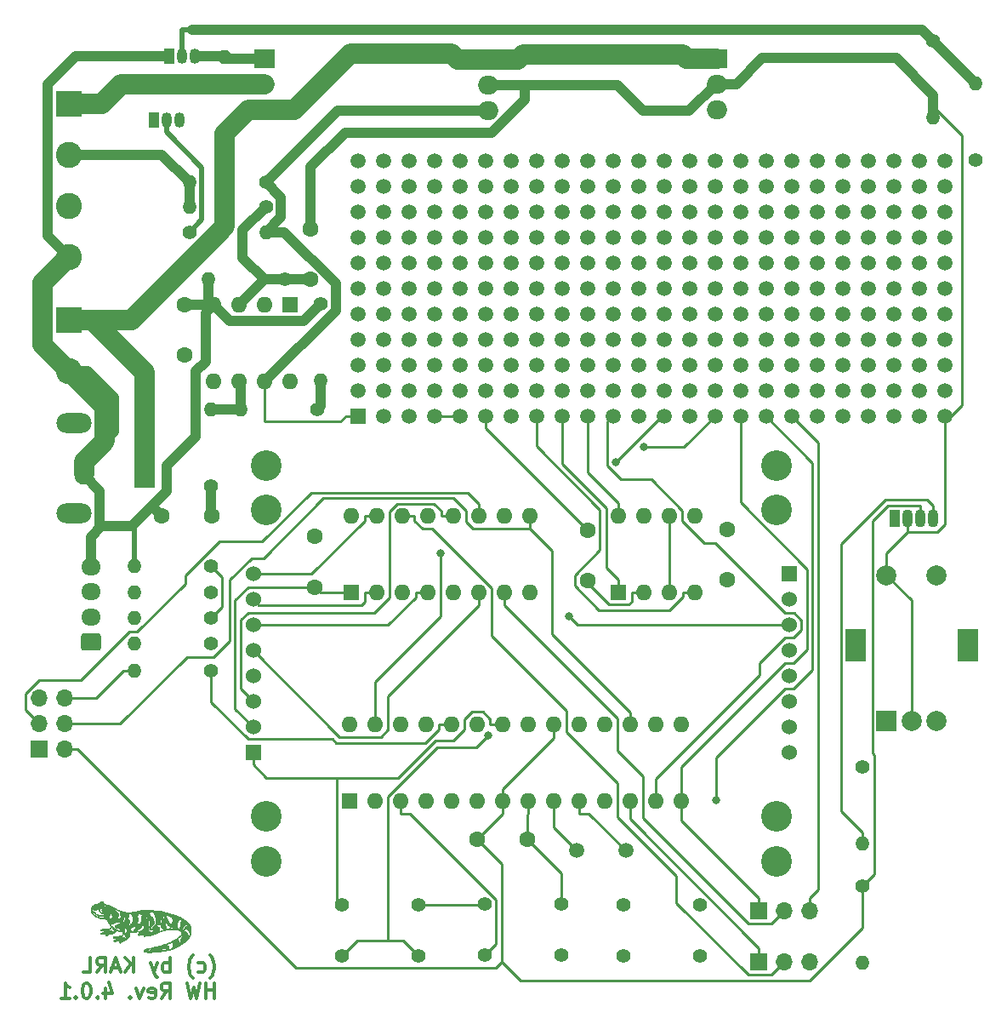
<source format=gbr>
G04 #@! TF.GenerationSoftware,KiCad,Pcbnew,(5.1.4-0-10_14)*
G04 #@! TF.CreationDate,2020-03-01T11:47:34+01:00*
G04 #@! TF.ProjectId,circuit,63697263-7569-4742-9e6b-696361645f70,rev?*
G04 #@! TF.SameCoordinates,Original*
G04 #@! TF.FileFunction,Copper,L2,Bot*
G04 #@! TF.FilePolarity,Positive*
%FSLAX46Y46*%
G04 Gerber Fmt 4.6, Leading zero omitted, Abs format (unit mm)*
G04 Created by KiCad (PCBNEW (5.1.4-0-10_14)) date 2020-03-01 11:47:34*
%MOMM*%
%LPD*%
G04 APERTURE LIST*
%ADD10C,0.300000*%
%ADD11C,0.010000*%
%ADD12O,1.070000X1.800000*%
%ADD13R,1.070000X1.800000*%
%ADD14C,1.500000*%
%ADD15R,1.500000X1.500000*%
%ADD16R,1.524000X1.524000*%
%ADD17C,3.048000*%
%ADD18C,1.524000*%
%ADD19O,1.400000X1.400000*%
%ADD20C,1.400000*%
%ADD21R,2.000000X2.000000*%
%ADD22C,2.000000*%
%ADD23R,2.000000X3.200000*%
%ADD24O,2.000000X1.905000*%
%ADD25R,2.000000X1.905000*%
%ADD26O,1.700000X1.700000*%
%ADD27R,1.700000X1.700000*%
%ADD28O,1.600000X1.600000*%
%ADD29R,1.600000X1.600000*%
%ADD30C,1.600000*%
%ADD31O,1.950000X1.700000*%
%ADD32C,0.100000*%
%ADD33C,1.700000*%
%ADD34C,2.600000*%
%ADD35R,2.600000X2.600000*%
%ADD36R,1.050000X1.500000*%
%ADD37O,1.050000X1.500000*%
%ADD38C,1.397000*%
%ADD39O,3.500000X2.000000*%
%ADD40O,2.000000X3.300000*%
%ADD41R,2.000000X4.000000*%
%ADD42C,0.800000*%
%ADD43C,1.000000*%
%ADD44C,2.000000*%
%ADD45C,0.500000*%
%ADD46C,0.250000*%
G04 APERTURE END LIST*
D10*
X40553365Y-116500040D02*
X40624794Y-116428611D01*
X40767651Y-116214325D01*
X40839080Y-116071468D01*
X40910508Y-115857182D01*
X40981937Y-115500040D01*
X40981937Y-115214325D01*
X40910508Y-114857182D01*
X40839080Y-114642897D01*
X40767651Y-114500040D01*
X40624794Y-114285754D01*
X40553365Y-114214325D01*
X39339080Y-115857182D02*
X39481937Y-115928611D01*
X39767651Y-115928611D01*
X39910508Y-115857182D01*
X39981937Y-115785754D01*
X40053365Y-115642897D01*
X40053365Y-115214325D01*
X39981937Y-115071468D01*
X39910508Y-115000040D01*
X39767651Y-114928611D01*
X39481937Y-114928611D01*
X39339080Y-115000040D01*
X38839080Y-116500040D02*
X38767651Y-116428611D01*
X38624794Y-116214325D01*
X38553365Y-116071468D01*
X38481937Y-115857182D01*
X38410508Y-115500040D01*
X38410508Y-115214325D01*
X38481937Y-114857182D01*
X38553365Y-114642897D01*
X38624794Y-114500040D01*
X38767651Y-114285754D01*
X38839080Y-114214325D01*
X36553365Y-115928611D02*
X36553365Y-114428611D01*
X36553365Y-115000040D02*
X36410508Y-114928611D01*
X36124794Y-114928611D01*
X35981937Y-115000040D01*
X35910508Y-115071468D01*
X35839080Y-115214325D01*
X35839080Y-115642897D01*
X35910508Y-115785754D01*
X35981937Y-115857182D01*
X36124794Y-115928611D01*
X36410508Y-115928611D01*
X36553365Y-115857182D01*
X35339080Y-114928611D02*
X34981937Y-115928611D01*
X34624794Y-114928611D02*
X34981937Y-115928611D01*
X35124794Y-116285754D01*
X35196222Y-116357182D01*
X35339080Y-116428611D01*
X32910508Y-115928611D02*
X32910508Y-114428611D01*
X32053365Y-115928611D02*
X32696222Y-115071468D01*
X32053365Y-114428611D02*
X32910508Y-115285754D01*
X31481937Y-115500040D02*
X30767651Y-115500040D01*
X31624794Y-115928611D02*
X31124794Y-114428611D01*
X30624794Y-115928611D01*
X29267651Y-115928611D02*
X29767651Y-115214325D01*
X30124794Y-115928611D02*
X30124794Y-114428611D01*
X29553365Y-114428611D01*
X29410508Y-114500040D01*
X29339080Y-114571468D01*
X29267651Y-114714325D01*
X29267651Y-114928611D01*
X29339080Y-115071468D01*
X29410508Y-115142897D01*
X29553365Y-115214325D01*
X30124794Y-115214325D01*
X27910508Y-115928611D02*
X28624794Y-115928611D01*
X28624794Y-114428611D01*
X40981937Y-118478611D02*
X40981937Y-116978611D01*
X40981937Y-117692897D02*
X40124794Y-117692897D01*
X40124794Y-118478611D02*
X40124794Y-116978611D01*
X39553365Y-116978611D02*
X39196222Y-118478611D01*
X38910508Y-117407182D01*
X38624794Y-118478611D01*
X38267651Y-116978611D01*
X35696222Y-118478611D02*
X36196222Y-117764325D01*
X36553365Y-118478611D02*
X36553365Y-116978611D01*
X35981937Y-116978611D01*
X35839080Y-117050040D01*
X35767651Y-117121468D01*
X35696222Y-117264325D01*
X35696222Y-117478611D01*
X35767651Y-117621468D01*
X35839080Y-117692897D01*
X35981937Y-117764325D01*
X36553365Y-117764325D01*
X34481937Y-118407182D02*
X34624794Y-118478611D01*
X34910508Y-118478611D01*
X35053365Y-118407182D01*
X35124794Y-118264325D01*
X35124794Y-117692897D01*
X35053365Y-117550040D01*
X34910508Y-117478611D01*
X34624794Y-117478611D01*
X34481937Y-117550040D01*
X34410508Y-117692897D01*
X34410508Y-117835754D01*
X35124794Y-117978611D01*
X33910508Y-117478611D02*
X33553365Y-118478611D01*
X33196222Y-117478611D01*
X32624794Y-118335754D02*
X32553365Y-118407182D01*
X32624794Y-118478611D01*
X32696222Y-118407182D01*
X32624794Y-118335754D01*
X32624794Y-118478611D01*
X30124794Y-117478611D02*
X30124794Y-118478611D01*
X30481937Y-116907182D02*
X30839080Y-117978611D01*
X29910508Y-117978611D01*
X29339080Y-118335754D02*
X29267651Y-118407182D01*
X29339080Y-118478611D01*
X29410508Y-118407182D01*
X29339080Y-118335754D01*
X29339080Y-118478611D01*
X28339080Y-116978611D02*
X28196222Y-116978611D01*
X28053365Y-117050040D01*
X27981937Y-117121468D01*
X27910508Y-117264325D01*
X27839080Y-117550040D01*
X27839080Y-117907182D01*
X27910508Y-118192897D01*
X27981937Y-118335754D01*
X28053365Y-118407182D01*
X28196222Y-118478611D01*
X28339080Y-118478611D01*
X28481937Y-118407182D01*
X28553365Y-118335754D01*
X28624794Y-118192897D01*
X28696222Y-117907182D01*
X28696222Y-117550040D01*
X28624794Y-117264325D01*
X28553365Y-117121468D01*
X28481937Y-117050040D01*
X28339080Y-116978611D01*
X27196222Y-118335754D02*
X27124794Y-118407182D01*
X27196222Y-118478611D01*
X27267651Y-118407182D01*
X27196222Y-118335754D01*
X27196222Y-118478611D01*
X25696222Y-118478611D02*
X26553365Y-118478611D01*
X26124794Y-118478611D02*
X26124794Y-116978611D01*
X26267651Y-117192897D01*
X26410508Y-117335754D01*
X26553365Y-117407182D01*
D11*
G36*
X29785093Y-108855561D02*
G01*
X29854032Y-108890117D01*
X29917053Y-108942453D01*
X29968343Y-109009740D01*
X29999832Y-109081261D01*
X30018241Y-109142336D01*
X30172920Y-109152585D01*
X30256977Y-109161380D01*
X30341973Y-109175574D01*
X30412469Y-109192465D01*
X30426206Y-109196858D01*
X30485928Y-109220869D01*
X30565199Y-109257376D01*
X30654491Y-109301505D01*
X30744280Y-109348385D01*
X30825038Y-109393142D01*
X30887241Y-109430904D01*
X30898254Y-109438318D01*
X30953939Y-109472440D01*
X31034615Y-109515909D01*
X31133746Y-109565699D01*
X31244800Y-109618781D01*
X31361241Y-109672127D01*
X31476536Y-109722712D01*
X31584150Y-109767505D01*
X31677550Y-109803480D01*
X31713638Y-109816132D01*
X31816089Y-109849065D01*
X31907842Y-109874577D01*
X31997044Y-109894072D01*
X32091842Y-109908959D01*
X32200384Y-109920643D01*
X32330819Y-109930532D01*
X32401933Y-109934955D01*
X32550086Y-109939054D01*
X32695902Y-109932662D01*
X32848022Y-109914818D01*
X33015092Y-109884562D01*
X33171133Y-109849374D01*
X33364462Y-109806193D01*
X33548292Y-109772913D01*
X33731239Y-109748594D01*
X33921916Y-109732296D01*
X34128938Y-109723082D01*
X34357734Y-109720015D01*
X34751224Y-109729421D01*
X35139441Y-109759549D01*
X35532156Y-109811427D01*
X35939141Y-109886082D01*
X35941000Y-109886467D01*
X35995844Y-109899477D01*
X36074031Y-109920317D01*
X36171132Y-109947621D01*
X36282717Y-109980019D01*
X36404356Y-110016145D01*
X36531619Y-110054629D01*
X36660076Y-110094105D01*
X36785297Y-110133205D01*
X36902853Y-110170559D01*
X37008312Y-110204801D01*
X37097246Y-110234563D01*
X37165225Y-110258476D01*
X37207818Y-110275173D01*
X37219467Y-110281249D01*
X37244002Y-110293269D01*
X37289559Y-110310737D01*
X37329534Y-110324362D01*
X37418886Y-110357521D01*
X37528028Y-110404577D01*
X37648137Y-110461308D01*
X37770388Y-110523490D01*
X37885960Y-110586901D01*
X37922200Y-110608011D01*
X38046409Y-110688194D01*
X38165311Y-110777185D01*
X38272353Y-110869366D01*
X38360983Y-110959117D01*
X38421704Y-111036326D01*
X38483066Y-111145367D01*
X38538532Y-111274672D01*
X38583109Y-111410648D01*
X38611800Y-111539705D01*
X38615073Y-111562554D01*
X38624881Y-111638602D01*
X38634537Y-111712727D01*
X38642034Y-111769518D01*
X38642347Y-111771854D01*
X38643268Y-111836251D01*
X38633964Y-111921815D01*
X38616576Y-112018181D01*
X38593244Y-112114987D01*
X38566109Y-112201871D01*
X38541322Y-112260837D01*
X38487414Y-112349563D01*
X38409836Y-112452638D01*
X38313085Y-112565612D01*
X38201662Y-112684035D01*
X38080063Y-112803455D01*
X37952789Y-112919423D01*
X37824337Y-113027487D01*
X37699207Y-113123198D01*
X37603800Y-113188340D01*
X37551131Y-113221142D01*
X37506987Y-113247061D01*
X37483359Y-113259336D01*
X37458397Y-113271819D01*
X37411112Y-113297220D01*
X37348600Y-113331676D01*
X37287194Y-113366101D01*
X37200433Y-113412234D01*
X37105615Y-113458062D01*
X37017039Y-113496855D01*
X36973934Y-113513561D01*
X36891599Y-113543391D01*
X36805003Y-113575069D01*
X36730729Y-113602525D01*
X36719933Y-113606555D01*
X36638845Y-113633096D01*
X36533359Y-113660932D01*
X36401076Y-113690607D01*
X36239596Y-113722664D01*
X36072579Y-113753073D01*
X35987036Y-113768353D01*
X35905511Y-113783278D01*
X35838680Y-113795877D01*
X35804654Y-113802604D01*
X35749409Y-113811707D01*
X35666395Y-113822404D01*
X35561640Y-113834142D01*
X35441175Y-113846366D01*
X35311028Y-113858523D01*
X35177228Y-113870059D01*
X35045804Y-113880420D01*
X34922787Y-113889052D01*
X34814204Y-113895400D01*
X34774674Y-113897239D01*
X34683262Y-113901314D01*
X34603334Y-113905322D01*
X34541239Y-113908910D01*
X34503328Y-113911725D01*
X34495274Y-113912767D01*
X34470342Y-113913467D01*
X34421229Y-113911212D01*
X34357446Y-113906479D01*
X34340800Y-113905009D01*
X34236852Y-113893497D01*
X34135091Y-113878614D01*
X34044512Y-113861926D01*
X33974107Y-113845001D01*
X33948670Y-113836708D01*
X33921071Y-113820841D01*
X33911210Y-113794147D01*
X33912210Y-113757317D01*
X33918588Y-113718715D01*
X33935187Y-113691473D01*
X33969999Y-113665841D01*
X34002134Y-113647624D01*
X34066264Y-113617871D01*
X34275731Y-113617871D01*
X34293622Y-113643330D01*
X34314933Y-113662752D01*
X34374117Y-113709169D01*
X34423960Y-113740610D01*
X34456774Y-113752453D01*
X34480471Y-113746160D01*
X34519743Y-113729946D01*
X34526092Y-113726981D01*
X34556094Y-113706450D01*
X34597620Y-113670413D01*
X34643617Y-113626039D01*
X34687030Y-113580500D01*
X34691821Y-113574892D01*
X35754733Y-113574892D01*
X35768158Y-113628922D01*
X35801808Y-113676553D01*
X35837614Y-113700320D01*
X35894545Y-113709883D01*
X35965822Y-113707059D01*
X36036058Y-113693711D01*
X36089865Y-113671703D01*
X36093400Y-113669344D01*
X36130945Y-113627054D01*
X36142554Y-113577560D01*
X36127674Y-113530985D01*
X36102320Y-113506260D01*
X36056830Y-113489681D01*
X35996061Y-113484806D01*
X35928354Y-113489988D01*
X35862049Y-113503579D01*
X35805488Y-113523933D01*
X35767011Y-113549402D01*
X35754733Y-113574892D01*
X34691821Y-113574892D01*
X34720807Y-113540966D01*
X34737895Y-113514607D01*
X34738734Y-113510806D01*
X34723587Y-113510874D01*
X34683341Y-113517642D01*
X34625788Y-113529737D01*
X34607416Y-113533942D01*
X34530322Y-113550730D01*
X34452759Y-113565733D01*
X34391104Y-113575792D01*
X34389451Y-113576014D01*
X34321096Y-113587180D01*
X34284039Y-113600143D01*
X34275731Y-113617871D01*
X34066264Y-113617871D01*
X34111887Y-113596705D01*
X34233458Y-113554781D01*
X34349887Y-113527487D01*
X34374667Y-113523806D01*
X34484433Y-113507094D01*
X34617347Y-113482671D01*
X34764085Y-113452448D01*
X34915320Y-113418332D01*
X35043534Y-113386910D01*
X35144168Y-113361612D01*
X35249450Y-113335828D01*
X35346933Y-113312568D01*
X35424170Y-113294843D01*
X35424533Y-113294762D01*
X35532879Y-113267649D01*
X35665167Y-113229600D01*
X35814242Y-113183091D01*
X35972947Y-113130596D01*
X36019870Y-113114292D01*
X36211660Y-113114292D01*
X36277634Y-113162810D01*
X36342826Y-113223676D01*
X36380874Y-113293685D01*
X36394569Y-113379783D01*
X36391806Y-113446905D01*
X36384648Y-113510939D01*
X36376749Y-113566061D01*
X36370735Y-113596420D01*
X36365092Y-113618918D01*
X36368151Y-113630252D01*
X36386635Y-113631782D01*
X36427268Y-113624870D01*
X36469333Y-113616375D01*
X36567626Y-113594878D01*
X36638641Y-113574320D01*
X36688704Y-113551415D01*
X36724141Y-113522880D01*
X36751277Y-113485430D01*
X36762894Y-113463949D01*
X36812742Y-113345739D01*
X36842878Y-113229919D01*
X36852404Y-113123020D01*
X36840418Y-113031577D01*
X36827319Y-112996261D01*
X36793130Y-112942053D01*
X36752690Y-112917470D01*
X36700152Y-112920875D01*
X36642028Y-112944347D01*
X36580515Y-112973179D01*
X36507777Y-113003875D01*
X36416959Y-113039192D01*
X36301208Y-113081890D01*
X36292230Y-113085142D01*
X36211660Y-113114292D01*
X36019870Y-113114292D01*
X36134129Y-113074592D01*
X36290630Y-113017554D01*
X36435296Y-112961959D01*
X36560970Y-112910281D01*
X36644851Y-112872556D01*
X36810249Y-112787214D01*
X36977984Y-112688506D01*
X37121202Y-112594471D01*
X37331667Y-112594471D01*
X37355783Y-112650432D01*
X37374510Y-112679657D01*
X37413320Y-112744363D01*
X37454688Y-112825606D01*
X37490899Y-112907653D01*
X37505786Y-112947318D01*
X37519368Y-112969327D01*
X37533259Y-112958377D01*
X37547049Y-112915368D01*
X37560327Y-112841200D01*
X37563015Y-112821720D01*
X37584690Y-112716115D01*
X37624011Y-112605176D01*
X37652240Y-112542320D01*
X37689708Y-112458642D01*
X37713145Y-112391742D01*
X37726111Y-112329457D01*
X37731538Y-112271387D01*
X37738426Y-112152854D01*
X37629847Y-112264541D01*
X37566853Y-112326184D01*
X37498040Y-112388611D01*
X37436359Y-112440162D01*
X37425401Y-112448609D01*
X37364914Y-112500650D01*
X37334190Y-112546907D01*
X37331667Y-112594471D01*
X37121202Y-112594471D01*
X37142368Y-112580574D01*
X37297711Y-112467560D01*
X37438321Y-112353604D01*
X37558509Y-112242849D01*
X37652586Y-112139434D01*
X37653230Y-112138633D01*
X37695752Y-112076047D01*
X37714876Y-112018954D01*
X37709510Y-111962030D01*
X37694992Y-111932908D01*
X37763749Y-111932908D01*
X37774761Y-111943037D01*
X37799302Y-111939572D01*
X37843526Y-111920979D01*
X37876168Y-111904913D01*
X37975215Y-111867376D01*
X38062280Y-111860460D01*
X38136350Y-111884149D01*
X38170514Y-111909592D01*
X38202254Y-111948806D01*
X38240445Y-112009885D01*
X38279945Y-112082874D01*
X38315606Y-112157821D01*
X38342285Y-112224770D01*
X38353142Y-112262920D01*
X38366325Y-112326328D01*
X38376093Y-112361092D01*
X38385337Y-112371840D01*
X38396950Y-112363203D01*
X38407145Y-112349378D01*
X38428121Y-112315719D01*
X38457337Y-112264394D01*
X38481737Y-112219187D01*
X38508726Y-112158947D01*
X38526903Y-112101280D01*
X38531800Y-112067784D01*
X38522520Y-112019603D01*
X38497532Y-111952558D01*
X38461113Y-111875128D01*
X38417537Y-111795791D01*
X38371083Y-111723024D01*
X38332455Y-111672586D01*
X38289796Y-111627937D01*
X38251787Y-111603790D01*
X38204676Y-111592213D01*
X38189908Y-111590358D01*
X38108776Y-111587247D01*
X38045141Y-111601835D01*
X37985537Y-111638102D01*
X37961824Y-111657798D01*
X37915143Y-111703710D01*
X37867287Y-111759031D01*
X37823289Y-111816777D01*
X37788177Y-111869960D01*
X37766982Y-111911593D01*
X37763749Y-111932908D01*
X37694992Y-111932908D01*
X37678560Y-111899948D01*
X37620934Y-111827384D01*
X37580476Y-111784166D01*
X37566316Y-111769568D01*
X37690322Y-111769568D01*
X37694267Y-111817311D01*
X37701414Y-111830333D01*
X37721311Y-111851765D01*
X37728088Y-111856520D01*
X37738821Y-111843351D01*
X37761637Y-111809183D01*
X37785469Y-111771294D01*
X37827483Y-111712133D01*
X37881642Y-111647690D01*
X37922388Y-111605492D01*
X37973618Y-111551570D01*
X38000330Y-111509372D01*
X38006867Y-111477938D01*
X38008878Y-111443796D01*
X38017595Y-111415172D01*
X38037045Y-111388905D01*
X38071254Y-111361834D01*
X38124250Y-111330797D01*
X38200058Y-111292635D01*
X38302705Y-111244186D01*
X38307434Y-111241986D01*
X38338465Y-111222241D01*
X38340772Y-111200268D01*
X38314454Y-111168570D01*
X38308474Y-111162913D01*
X38252122Y-111131898D01*
X38183786Y-111131434D01*
X38104907Y-111160978D01*
X38016923Y-111219988D01*
X37921274Y-111307921D01*
X37919800Y-111309445D01*
X37864347Y-111375967D01*
X37812328Y-111454778D01*
X37766330Y-111539712D01*
X37728939Y-111624600D01*
X37702741Y-111703275D01*
X37690322Y-111769568D01*
X37566316Y-111769568D01*
X37507334Y-111708763D01*
X37261800Y-111697456D01*
X37159578Y-111691418D01*
X37055876Y-111683009D01*
X36961929Y-111673276D01*
X36888972Y-111663270D01*
X36880800Y-111661858D01*
X36805923Y-111651694D01*
X36711108Y-111643498D01*
X36610272Y-111638294D01*
X36542777Y-111636978D01*
X36475746Y-111637102D01*
X36419865Y-111638671D01*
X36368823Y-111642823D01*
X36316307Y-111650694D01*
X36256006Y-111663424D01*
X36181608Y-111682151D01*
X36086799Y-111708012D01*
X35975511Y-111739257D01*
X35831742Y-111779981D01*
X35715278Y-111813533D01*
X35620766Y-111841702D01*
X35542850Y-111866276D01*
X35476176Y-111889042D01*
X35415391Y-111911790D01*
X35355138Y-111936306D01*
X35290064Y-111964378D01*
X35255200Y-111979795D01*
X35089552Y-112052638D01*
X34949707Y-112112056D01*
X34831013Y-112159440D01*
X34728821Y-112196179D01*
X34638477Y-112223666D01*
X34555333Y-112243290D01*
X34474736Y-112256442D01*
X34392035Y-112264514D01*
X34302580Y-112268895D01*
X34286841Y-112269360D01*
X34193280Y-112273338D01*
X34127158Y-112279901D01*
X34082092Y-112289984D01*
X34053031Y-112303632D01*
X33995559Y-112328427D01*
X33949779Y-112325628D01*
X33920821Y-112300566D01*
X33913814Y-112258573D01*
X33933885Y-112204978D01*
X33943885Y-112190188D01*
X33981729Y-112139001D01*
X33805018Y-112149008D01*
X33718254Y-112156367D01*
X33637317Y-112167565D01*
X33573558Y-112180876D01*
X33552754Y-112187371D01*
X33497620Y-112205231D01*
X33448524Y-112216540D01*
X33434867Y-112218157D01*
X33404525Y-112214413D01*
X33390982Y-112191987D01*
X33387349Y-112167180D01*
X33391527Y-112120069D01*
X33419386Y-112087708D01*
X33420365Y-112087016D01*
X33454348Y-112069745D01*
X33514566Y-112045676D01*
X33594621Y-112017062D01*
X33688114Y-111986155D01*
X33788645Y-111955209D01*
X33824334Y-111944778D01*
X33853391Y-111935686D01*
X33859193Y-111930395D01*
X33838428Y-111927692D01*
X33787783Y-111926360D01*
X33773534Y-111926148D01*
X33687579Y-111930509D01*
X33614979Y-111948883D01*
X33577286Y-111964714D01*
X33515598Y-111988953D01*
X33475437Y-111993342D01*
X33462986Y-111989107D01*
X33438442Y-111964829D01*
X33442980Y-111933605D01*
X33477442Y-111892700D01*
X33498367Y-111874210D01*
X33532763Y-111842476D01*
X33538863Y-111828718D01*
X33528000Y-111829203D01*
X33434180Y-111846934D01*
X33314732Y-111861367D01*
X33177770Y-111872086D01*
X33031411Y-111878677D01*
X32883768Y-111880723D01*
X32742958Y-111877808D01*
X32664400Y-111873454D01*
X32545867Y-111864987D01*
X32534669Y-112025854D01*
X32515856Y-112183853D01*
X32482679Y-112314278D01*
X32433899Y-112420774D01*
X32373016Y-112501996D01*
X32265196Y-112600977D01*
X32156537Y-112668909D01*
X32061882Y-112701902D01*
X31942494Y-112740835D01*
X31823509Y-112803188D01*
X31718722Y-112881275D01*
X31689316Y-112909488D01*
X31645251Y-112953824D01*
X31616788Y-112977102D01*
X31596445Y-112983042D01*
X31576736Y-112975363D01*
X31568033Y-112969767D01*
X31542478Y-112944332D01*
X31531895Y-112905976D01*
X31530814Y-112870291D01*
X31534681Y-112816453D01*
X31543167Y-112772752D01*
X31546308Y-112764126D01*
X31551298Y-112748805D01*
X31545271Y-112739941D01*
X31522340Y-112736509D01*
X31476616Y-112737481D01*
X31414113Y-112741086D01*
X31328456Y-112748943D01*
X31260014Y-112762886D01*
X31192183Y-112787151D01*
X31138628Y-112811381D01*
X31064571Y-112845399D01*
X31014450Y-112864515D01*
X30982293Y-112869719D01*
X30962126Y-112861998D01*
X30948264Y-112842887D01*
X30943089Y-112798536D01*
X30948223Y-112787712D01*
X31013400Y-112787712D01*
X31025235Y-112792357D01*
X31054058Y-112778914D01*
X31055734Y-112777830D01*
X31085962Y-112753201D01*
X31098067Y-112734107D01*
X31108864Y-112726497D01*
X31117617Y-112730204D01*
X31129053Y-112732350D01*
X31123498Y-112720171D01*
X31113516Y-112711654D01*
X31148867Y-112711654D01*
X31157334Y-112720120D01*
X31165800Y-112711654D01*
X31157334Y-112703187D01*
X31148867Y-112711654D01*
X31113516Y-112711654D01*
X31108466Y-112707346D01*
X31091249Y-112722838D01*
X31059080Y-112750632D01*
X31043034Y-112758738D01*
X31018065Y-112776376D01*
X31013400Y-112787712D01*
X30948223Y-112787712D01*
X30967465Y-112747153D01*
X31018559Y-112691632D01*
X31093543Y-112634865D01*
X31189586Y-112579747D01*
X31220212Y-112564841D01*
X31278274Y-112536829D01*
X31309097Y-112519014D01*
X31316480Y-112508044D01*
X31304224Y-112500570D01*
X31295880Y-112498128D01*
X31234145Y-112485612D01*
X31162264Y-112476907D01*
X31090480Y-112472560D01*
X31029036Y-112473115D01*
X30988176Y-112479117D01*
X30982527Y-112481452D01*
X30936296Y-112491944D01*
X30900056Y-112473505D01*
X30886107Y-112448262D01*
X30887143Y-112400135D01*
X30920017Y-112355738D01*
X30972495Y-112322644D01*
X31004272Y-112309994D01*
X31039812Y-112302507D01*
X31086783Y-112299678D01*
X31152852Y-112301007D01*
X31235656Y-112305381D01*
X31325668Y-112310042D01*
X31389631Y-112311002D01*
X31435210Y-112307758D01*
X31470072Y-112299807D01*
X31498787Y-112288133D01*
X31552038Y-112270497D01*
X31619674Y-112257890D01*
X31657731Y-112254509D01*
X31713962Y-112250300D01*
X31757009Y-112243940D01*
X31773146Y-112238913D01*
X31789240Y-112215455D01*
X31807570Y-112169547D01*
X31824851Y-112112156D01*
X31837797Y-112054244D01*
X31843125Y-112006777D01*
X31843133Y-112005303D01*
X31836390Y-111956009D01*
X31820014Y-111901780D01*
X31818598Y-111898310D01*
X31800213Y-111861601D01*
X31777596Y-111844569D01*
X31738088Y-111839761D01*
X31718868Y-111839587D01*
X31652740Y-111835295D01*
X31568660Y-111823913D01*
X31478617Y-111807680D01*
X31394597Y-111788835D01*
X31328590Y-111769619D01*
X31313472Y-111763858D01*
X31256089Y-111739882D01*
X31158078Y-111832565D01*
X31035597Y-111933312D01*
X30905641Y-112008510D01*
X30760391Y-112061853D01*
X30601309Y-112095620D01*
X30492923Y-112117521D01*
X30401324Y-112149447D01*
X30309637Y-112197714D01*
X30280824Y-112215541D01*
X30231620Y-112244336D01*
X30200645Y-112254726D01*
X30179425Y-112249138D01*
X30174991Y-112245813D01*
X30152197Y-112207575D01*
X30157570Y-112159527D01*
X30190052Y-112108972D01*
X30195631Y-112103174D01*
X30241462Y-112057343D01*
X29995398Y-112063107D01*
X29893648Y-112066186D01*
X29819802Y-112070402D01*
X29767900Y-112076497D01*
X29731982Y-112085210D01*
X29706089Y-112097280D01*
X29702666Y-112099449D01*
X29655162Y-112120449D01*
X29622744Y-112113253D01*
X29608379Y-112078829D01*
X29607934Y-112068553D01*
X29616670Y-112029281D01*
X29645774Y-111996105D01*
X29699584Y-111965769D01*
X29782439Y-111935015D01*
X29788428Y-111933086D01*
X29867019Y-111904710D01*
X29950843Y-111869544D01*
X30005867Y-111843212D01*
X30107467Y-111790416D01*
X30042915Y-111789601D01*
X29987134Y-111783554D01*
X29921202Y-111769228D01*
X29894253Y-111761276D01*
X29841508Y-111745839D01*
X29803652Y-111742664D01*
X29763940Y-111751920D01*
X29733901Y-111762881D01*
X29669210Y-111781858D01*
X29629021Y-111779115D01*
X29611357Y-111754049D01*
X29611033Y-111725383D01*
X29622943Y-111690757D01*
X29646120Y-111669470D01*
X30503362Y-111669470D01*
X30514961Y-111704973D01*
X30552471Y-111730169D01*
X30603033Y-111737987D01*
X30663337Y-111745679D01*
X30721308Y-111772021D01*
X30781866Y-111816703D01*
X30826756Y-111847911D01*
X30863041Y-111853058D01*
X30903212Y-111832576D01*
X30917983Y-111821424D01*
X30949929Y-111791274D01*
X30959502Y-111762630D01*
X30946353Y-111726701D01*
X30912265Y-111677503D01*
X30879152Y-111624312D01*
X30855568Y-111569437D01*
X30850980Y-111551720D01*
X30835555Y-111510730D01*
X30807053Y-111463641D01*
X30772909Y-111420215D01*
X30740556Y-111390211D01*
X30721998Y-111382387D01*
X30708371Y-111396623D01*
X30687012Y-111433586D01*
X30667081Y-111475304D01*
X30634441Y-111537571D01*
X30599209Y-111576641D01*
X30565694Y-111596974D01*
X30519624Y-111631017D01*
X30503362Y-111669470D01*
X29646120Y-111669470D01*
X29654618Y-111661665D01*
X29691955Y-111640620D01*
X29730557Y-111623431D01*
X29770390Y-111612254D01*
X29820076Y-111605866D01*
X29888234Y-111603040D01*
X29960002Y-111602520D01*
X30086133Y-111600195D01*
X30208602Y-111593664D01*
X30321175Y-111583590D01*
X30417621Y-111570641D01*
X30491706Y-111555480D01*
X30532218Y-111541462D01*
X30570870Y-111509659D01*
X30610009Y-111458344D01*
X30641513Y-111400517D01*
X30657257Y-111349178D01*
X30657800Y-111340497D01*
X30648094Y-111316464D01*
X30622317Y-111273984D01*
X30585477Y-111221116D01*
X30574150Y-111205930D01*
X30530938Y-111142961D01*
X30524277Y-111132040D01*
X30618857Y-111132040D01*
X30637906Y-111168651D01*
X30676660Y-111218069D01*
X30731300Y-111276710D01*
X30798006Y-111340986D01*
X30872959Y-111407311D01*
X30952339Y-111472099D01*
X31032328Y-111531762D01*
X31109105Y-111582716D01*
X31150350Y-111606696D01*
X31220837Y-111641357D01*
X31302137Y-111675422D01*
X31387497Y-111706757D01*
X31470167Y-111733232D01*
X31543393Y-111752713D01*
X31600425Y-111763069D01*
X31634511Y-111762167D01*
X31637738Y-111760612D01*
X31630323Y-111747843D01*
X31609197Y-111724954D01*
X31701806Y-111724954D01*
X31742837Y-111756494D01*
X31774819Y-111778918D01*
X31793886Y-111788410D01*
X31804400Y-111774079D01*
X31818893Y-111737637D01*
X31824489Y-111720089D01*
X31839593Y-111676963D01*
X31857325Y-111658199D01*
X31888563Y-111655314D01*
X31905920Y-111656589D01*
X31964395Y-111674014D01*
X32005736Y-111716354D01*
X32031623Y-111786027D01*
X32041394Y-111851771D01*
X32045078Y-111911639D01*
X32041137Y-111949232D01*
X32027410Y-111975696D01*
X32014623Y-111989831D01*
X31975127Y-112016325D01*
X31938498Y-112025854D01*
X31915116Y-112030163D01*
X31897943Y-112047953D01*
X31882119Y-112086514D01*
X31869274Y-112129643D01*
X31846628Y-112193214D01*
X31819164Y-112246304D01*
X31800150Y-112270507D01*
X31773937Y-112298648D01*
X31770659Y-112322853D01*
X31785699Y-112356830D01*
X31813633Y-112401068D01*
X31846130Y-112423745D01*
X31895462Y-112431807D01*
X31919333Y-112432465D01*
X31986686Y-112444738D01*
X32053372Y-112483365D01*
X32053583Y-112483525D01*
X32117108Y-112521603D01*
X32168803Y-112531958D01*
X32205885Y-112514287D01*
X32215071Y-112501100D01*
X32227892Y-112469689D01*
X32228097Y-112439598D01*
X32212854Y-112405105D01*
X32179330Y-112360485D01*
X32124695Y-112300015D01*
X32105600Y-112279854D01*
X32053772Y-112223241D01*
X32012152Y-112173582D01*
X31985639Y-112136994D01*
X31978600Y-112121358D01*
X31993802Y-112077888D01*
X32034336Y-112033122D01*
X32092598Y-111993639D01*
X32156834Y-111967189D01*
X32211822Y-111948647D01*
X32242183Y-111929689D01*
X32256652Y-111904089D01*
X32259195Y-111894211D01*
X32268854Y-111852719D01*
X32275370Y-111828049D01*
X32274558Y-111801451D01*
X32266349Y-111751671D01*
X32252934Y-111688008D01*
X32236503Y-111619763D01*
X32219246Y-111556235D01*
X32214523Y-111541521D01*
X32424787Y-111541521D01*
X32484419Y-111672796D01*
X32515054Y-111737647D01*
X32538249Y-111777579D01*
X32559241Y-111799074D01*
X32583268Y-111808618D01*
X32595759Y-111810652D01*
X32632834Y-111816037D01*
X32650486Y-111819890D01*
X32650555Y-111819944D01*
X32643605Y-111808646D01*
X32622420Y-111776487D01*
X32594435Y-111734671D01*
X32561043Y-111679930D01*
X32535776Y-111629132D01*
X32526062Y-111600864D01*
X32517614Y-111583171D01*
X32605115Y-111583171D01*
X32612686Y-111642029D01*
X32650407Y-111710563D01*
X32656938Y-111719753D01*
X32688730Y-111760269D01*
X32721075Y-111791052D01*
X32758696Y-111812996D01*
X32806319Y-111826996D01*
X32868667Y-111833945D01*
X32950466Y-111834737D01*
X33056441Y-111830268D01*
X33191315Y-111821430D01*
X33193390Y-111821283D01*
X33370925Y-111805123D01*
X33518272Y-111783324D01*
X33638835Y-111754541D01*
X33722017Y-111722775D01*
X34361914Y-111722775D01*
X34401868Y-111765304D01*
X34484372Y-111833087D01*
X34586744Y-111886047D01*
X34625690Y-111899878D01*
X34695607Y-111918148D01*
X34744207Y-111920271D01*
X34780302Y-111905560D01*
X34801687Y-111886154D01*
X34839139Y-111822444D01*
X34853192Y-111746148D01*
X34843217Y-111669641D01*
X34815540Y-111613908D01*
X34795590Y-111593516D01*
X34773911Y-111596099D01*
X34752841Y-111608687D01*
X34715309Y-111626089D01*
X34651833Y-111648005D01*
X34569668Y-111672244D01*
X34476065Y-111696619D01*
X34410624Y-111711923D01*
X34361914Y-111722775D01*
X33722017Y-111722775D01*
X33736019Y-111717428D01*
X33744007Y-111712587D01*
X33892067Y-111712587D01*
X33900534Y-111721054D01*
X33909000Y-111712587D01*
X33900534Y-111704120D01*
X33892067Y-111712587D01*
X33744007Y-111712587D01*
X33764659Y-111700072D01*
X33950211Y-111700072D01*
X33966856Y-111702783D01*
X33988819Y-111699670D01*
X33989081Y-111693890D01*
X33966417Y-111689847D01*
X33956625Y-111692553D01*
X33950211Y-111700072D01*
X33764659Y-111700072D01*
X33787176Y-111686427D01*
X34006712Y-111686427D01*
X34148356Y-111676648D01*
X34237307Y-111667500D01*
X34338139Y-111652627D01*
X34430041Y-111635128D01*
X34435781Y-111633844D01*
X34581562Y-111600819D01*
X34583041Y-111496529D01*
X34583172Y-111441375D01*
X34580672Y-111415811D01*
X34574239Y-111415586D01*
X34563836Y-111433880D01*
X34532326Y-111468627D01*
X34501243Y-111481297D01*
X34457864Y-111494311D01*
X34433934Y-111508356D01*
X34406906Y-111522517D01*
X34359780Y-111540784D01*
X34305265Y-111558859D01*
X34256071Y-111572445D01*
X34230734Y-111577066D01*
X34212512Y-111584522D01*
X34172497Y-111603431D01*
X34119049Y-111629833D01*
X34114490Y-111632127D01*
X34006712Y-111686427D01*
X33787176Y-111686427D01*
X33813230Y-111670639D01*
X33873872Y-111612829D01*
X33874529Y-111611857D01*
X33959800Y-111611857D01*
X33972827Y-111610766D01*
X34004769Y-111597013D01*
X34010600Y-111594054D01*
X34044887Y-111574090D01*
X34061185Y-111560208D01*
X34061400Y-111559317D01*
X34048374Y-111560407D01*
X34016432Y-111574160D01*
X34010600Y-111577120D01*
X33976314Y-111597083D01*
X33960015Y-111610966D01*
X33959800Y-111611857D01*
X33874529Y-111611857D01*
X33920944Y-111543254D01*
X34078334Y-111543254D01*
X34086800Y-111551720D01*
X34095267Y-111543254D01*
X34086800Y-111534787D01*
X34078334Y-111543254D01*
X33920944Y-111543254D01*
X33921350Y-111542654D01*
X33927417Y-111531228D01*
X33931924Y-111517854D01*
X34247667Y-111517854D01*
X34253862Y-111531792D01*
X34258956Y-111529142D01*
X34260982Y-111509046D01*
X34258956Y-111506565D01*
X34248889Y-111508889D01*
X34247667Y-111517854D01*
X33931924Y-111517854D01*
X33946421Y-111474842D01*
X33948532Y-111458587D01*
X34366200Y-111458587D01*
X34374667Y-111467054D01*
X34383134Y-111458587D01*
X34380312Y-111455765D01*
X34422645Y-111455765D01*
X34424969Y-111465831D01*
X34433934Y-111467054D01*
X34447872Y-111460858D01*
X34445222Y-111455765D01*
X34425126Y-111453738D01*
X34422645Y-111455765D01*
X34380312Y-111455765D01*
X34374667Y-111450120D01*
X34366200Y-111458587D01*
X33948532Y-111458587D01*
X33955424Y-111405536D01*
X33955163Y-111331948D01*
X33946375Y-111262721D01*
X33929798Y-111206493D01*
X33906168Y-111171904D01*
X33896310Y-111166490D01*
X33870366Y-111174691D01*
X33824376Y-111209627D01*
X33758677Y-111270984D01*
X33673607Y-111358450D01*
X33581345Y-111458587D01*
X33501222Y-111545571D01*
X33437093Y-111610325D01*
X33383592Y-111656899D01*
X33335352Y-111689342D01*
X33287005Y-111711704D01*
X33233184Y-111728035D01*
X33219972Y-111731245D01*
X33128482Y-111749157D01*
X33062206Y-111752953D01*
X33015524Y-111742527D01*
X32991700Y-111726896D01*
X32967803Y-111698565D01*
X32966215Y-111678720D01*
X33062334Y-111678720D01*
X33070800Y-111687187D01*
X33079267Y-111678720D01*
X33070800Y-111670254D01*
X33062334Y-111678720D01*
X32966215Y-111678720D01*
X32965630Y-111671422D01*
X32987572Y-111640036D01*
X33001866Y-111627920D01*
X33130067Y-111627920D01*
X33138534Y-111636387D01*
X33147000Y-111627920D01*
X33138534Y-111619454D01*
X33130067Y-111627920D01*
X33001866Y-111627920D01*
X33036019Y-111598973D01*
X33053867Y-111585587D01*
X33103895Y-111546829D01*
X33131933Y-111517808D01*
X33144221Y-111489550D01*
X33146999Y-111453081D01*
X33147000Y-111451659D01*
X33139404Y-111396267D01*
X33112870Y-111361512D01*
X33061784Y-111342122D01*
X33024224Y-111336426D01*
X32939401Y-111341155D01*
X32845148Y-111369653D01*
X32751540Y-111418003D01*
X32683076Y-111469057D01*
X32628358Y-111527633D01*
X32605115Y-111583171D01*
X32517614Y-111583171D01*
X32508062Y-111563167D01*
X32470842Y-111548281D01*
X32424787Y-111541521D01*
X32214523Y-111541521D01*
X32209644Y-111526320D01*
X32520467Y-111526320D01*
X32528933Y-111534787D01*
X32537400Y-111526320D01*
X32528933Y-111517854D01*
X32520467Y-111526320D01*
X32209644Y-111526320D01*
X32203353Y-111506724D01*
X32195025Y-111486909D01*
X32173049Y-111451133D01*
X32149565Y-111433105D01*
X32119666Y-111433990D01*
X32078449Y-111454953D01*
X32021009Y-111497159D01*
X31967278Y-111541003D01*
X31901236Y-111594352D01*
X31838537Y-111642159D01*
X31787168Y-111678488D01*
X31759770Y-111695211D01*
X31701806Y-111724954D01*
X31609197Y-111724954D01*
X31604461Y-111719823D01*
X31583920Y-111699818D01*
X31539862Y-111648379D01*
X31503100Y-111589022D01*
X31495315Y-111571879D01*
X31479307Y-111535608D01*
X31461275Y-111511758D01*
X31433775Y-111496737D01*
X31389365Y-111486955D01*
X31320601Y-111478820D01*
X31297670Y-111476518D01*
X31198256Y-111460012D01*
X31122298Y-111430969D01*
X31068434Y-111393137D01*
X31040085Y-111354002D01*
X31120918Y-111354002D01*
X31151257Y-111379438D01*
X31213523Y-111401082D01*
X31284334Y-111415885D01*
X31365809Y-111428042D01*
X31418617Y-111430464D01*
X31446579Y-111422979D01*
X31453667Y-111408318D01*
X31442768Y-111391352D01*
X31426322Y-111393943D01*
X31396985Y-111392545D01*
X31350072Y-111377913D01*
X31312022Y-111361067D01*
X31303548Y-111356987D01*
X31453667Y-111356987D01*
X31462134Y-111365454D01*
X31470600Y-111356987D01*
X31462134Y-111348520D01*
X31453667Y-111356987D01*
X31303548Y-111356987D01*
X31258486Y-111335291D01*
X31213508Y-111315235D01*
X31194360Y-111307829D01*
X31173590Y-111290888D01*
X31176104Y-111276673D01*
X31174575Y-111270908D01*
X31154007Y-111285708D01*
X31151778Y-111287645D01*
X31121445Y-111323746D01*
X31120918Y-111354002D01*
X31040085Y-111354002D01*
X31035842Y-111348145D01*
X31036906Y-111300179D01*
X31067355Y-111255387D01*
X31199667Y-111255387D01*
X31208134Y-111263854D01*
X31216600Y-111255387D01*
X31208134Y-111246920D01*
X31199667Y-111255387D01*
X31067355Y-111255387D01*
X31071646Y-111249075D01*
X31082897Y-111238454D01*
X31233534Y-111238454D01*
X31242000Y-111246920D01*
X31250467Y-111238454D01*
X31242000Y-111229987D01*
X31233534Y-111238454D01*
X31082897Y-111238454D01*
X31087606Y-111234010D01*
X31135615Y-111199499D01*
X31205556Y-111158594D01*
X31287498Y-111116377D01*
X31371508Y-111077932D01*
X31447658Y-111048340D01*
X31455410Y-111045752D01*
X31507724Y-111020927D01*
X31551753Y-110986688D01*
X31579817Y-110950522D01*
X31584302Y-110920088D01*
X31561760Y-110903261D01*
X31512485Y-110889157D01*
X31443580Y-110879130D01*
X31362153Y-110874535D01*
X31344448Y-110874387D01*
X31275642Y-110883709D01*
X31187573Y-110909678D01*
X31088567Y-110949301D01*
X30986950Y-110999583D01*
X30969755Y-111009122D01*
X30888246Y-111045568D01*
X30794197Y-111073188D01*
X30761826Y-111079507D01*
X30700049Y-111090990D01*
X30650424Y-111102544D01*
X30623537Y-111111701D01*
X30623333Y-111111825D01*
X30618857Y-111132040D01*
X30524277Y-111132040D01*
X30481128Y-111061301D01*
X30431949Y-110973174D01*
X30402544Y-110915765D01*
X30363757Y-110839492D01*
X30344892Y-110804939D01*
X31855109Y-110804939D01*
X31861754Y-110826740D01*
X31891855Y-110852605D01*
X31934359Y-110853636D01*
X31979392Y-110830505D01*
X31993037Y-110817778D01*
X32018155Y-110776338D01*
X32038003Y-110715446D01*
X32052298Y-110641916D01*
X32060758Y-110562567D01*
X32061148Y-110549514D01*
X32363773Y-110549514D01*
X32443531Y-110634782D01*
X32487145Y-110684148D01*
X32511303Y-110721602D01*
X32521497Y-110758136D01*
X32523289Y-110794376D01*
X32516484Y-110851483D01*
X32498927Y-110920898D01*
X32481811Y-110968911D01*
X32450322Y-111048840D01*
X32432867Y-111105369D01*
X32428336Y-111145393D01*
X32435618Y-111175803D01*
X32445686Y-111193007D01*
X32473708Y-111222080D01*
X32503795Y-111227671D01*
X32539525Y-111208048D01*
X32584477Y-111161482D01*
X32628940Y-111104404D01*
X32678983Y-111033601D01*
X32685007Y-111024441D01*
X33286447Y-111024441D01*
X33301806Y-111065681D01*
X33340008Y-111087395D01*
X33405618Y-111094430D01*
X33417110Y-111094520D01*
X33478395Y-111088294D01*
X33523928Y-111065819D01*
X33536197Y-111055462D01*
X34349622Y-111055462D01*
X34349709Y-111143475D01*
X34350896Y-111225209D01*
X34353189Y-111293166D01*
X34356597Y-111339853D01*
X34359545Y-111355602D01*
X34378236Y-111379044D01*
X34407284Y-111374534D01*
X34418655Y-111365454D01*
X34586334Y-111365454D01*
X34592529Y-111379392D01*
X34597622Y-111376742D01*
X34599649Y-111356646D01*
X34597622Y-111354165D01*
X34587556Y-111356489D01*
X34586334Y-111365454D01*
X34418655Y-111365454D01*
X34448929Y-111341280D01*
X34473620Y-111315354D01*
X34534681Y-111223579D01*
X34571922Y-111113079D01*
X34583203Y-110991146D01*
X34580871Y-110949716D01*
X34567253Y-110865693D01*
X34544729Y-110793479D01*
X34516284Y-110740353D01*
X34484902Y-110713590D01*
X34483916Y-110713261D01*
X34432068Y-110712504D01*
X34387625Y-110738813D01*
X34361239Y-110785541D01*
X34360115Y-110790512D01*
X34355881Y-110828694D01*
X34352715Y-110890576D01*
X34350626Y-110968664D01*
X34349622Y-111055462D01*
X33536197Y-111055462D01*
X33540719Y-111051645D01*
X33584586Y-111003124D01*
X33616916Y-110946630D01*
X33639697Y-110875844D01*
X33654918Y-110784450D01*
X33664568Y-110666128D01*
X33665092Y-110656573D01*
X33677378Y-110556092D01*
X33701755Y-110448004D01*
X33713676Y-110409022D01*
X34083868Y-110409022D01*
X34096843Y-110477899D01*
X34129607Y-110549527D01*
X34130167Y-110550447D01*
X34164968Y-110607508D01*
X34206317Y-110568662D01*
X34238105Y-110524136D01*
X34247663Y-110464975D01*
X34247667Y-110463361D01*
X34240296Y-110396914D01*
X34220832Y-110339785D01*
X34193253Y-110299792D01*
X34161534Y-110284752D01*
X34156990Y-110285083D01*
X34114610Y-110305996D01*
X34090013Y-110349515D01*
X34083868Y-110409022D01*
X33713676Y-110409022D01*
X33716641Y-110399329D01*
X33738648Y-110331130D01*
X33749622Y-110285188D01*
X33750729Y-110252167D01*
X33743140Y-110222734D01*
X33739808Y-110214329D01*
X33702596Y-110162526D01*
X33642001Y-110117482D01*
X33568498Y-110085199D01*
X33492561Y-110071680D01*
X33490758Y-110071635D01*
X33438552Y-110074276D01*
X33404114Y-110089333D01*
X33373866Y-110120853D01*
X33326967Y-110204942D01*
X33302887Y-110309130D01*
X33302249Y-110427939D01*
X33324800Y-110552654D01*
X33344983Y-110647759D01*
X33347644Y-110724106D01*
X33332820Y-110791897D01*
X33325760Y-110810210D01*
X33308930Y-110862543D01*
X33294232Y-110928261D01*
X33289366Y-110958823D01*
X33286447Y-111024441D01*
X32685007Y-111024441D01*
X32728429Y-110958424D01*
X32768229Y-110892751D01*
X32775290Y-110880037D01*
X32828767Y-110781254D01*
X32820046Y-110552654D01*
X32815416Y-110463656D01*
X32808966Y-110383042D01*
X32801492Y-110318855D01*
X32793794Y-110279138D01*
X32792539Y-110275447D01*
X32766994Y-110229797D01*
X32723908Y-110172024D01*
X32671514Y-110111976D01*
X32623057Y-110064418D01*
X34493098Y-110064418D01*
X34513562Y-110131514D01*
X34557982Y-110205548D01*
X34628347Y-110289997D01*
X34703579Y-110366355D01*
X34766724Y-110427939D01*
X34810673Y-110474296D01*
X34840825Y-110513474D01*
X34862582Y-110553525D01*
X34881346Y-110602497D01*
X34899224Y-110657941D01*
X34923670Y-110743177D01*
X34936824Y-110812772D01*
X34940893Y-110882146D01*
X34939496Y-110939284D01*
X34933424Y-111073006D01*
X34817356Y-111196044D01*
X34745505Y-111276888D01*
X34697048Y-111344263D01*
X34668300Y-111405039D01*
X34655575Y-111466084D01*
X34654067Y-111500376D01*
X34657320Y-111547238D01*
X34670822Y-111566122D01*
X34700183Y-111562596D01*
X34712350Y-111558221D01*
X34733461Y-111539290D01*
X34764638Y-111498664D01*
X34799804Y-111444422D01*
X34806511Y-111433111D01*
X34843343Y-111377815D01*
X34890271Y-111318204D01*
X34941375Y-111260563D01*
X34990739Y-111211175D01*
X35015712Y-111190305D01*
X35163123Y-111190305D01*
X35167816Y-111206327D01*
X35193257Y-111236732D01*
X35233016Y-111275694D01*
X35280665Y-111317386D01*
X35329776Y-111355982D01*
X35373918Y-111385656D01*
X35386129Y-111392410D01*
X35455312Y-111434695D01*
X35496164Y-111480514D01*
X35513571Y-111538884D01*
X35512423Y-111618821D01*
X35511885Y-111624356D01*
X35504506Y-111686981D01*
X35496275Y-111740765D01*
X35490591Y-111767620D01*
X35487121Y-111788535D01*
X35493829Y-111800672D01*
X35515072Y-111803761D01*
X35555204Y-111797533D01*
X35618580Y-111781716D01*
X35709555Y-111756042D01*
X35718340Y-111753501D01*
X35792327Y-111731317D01*
X35854153Y-111711358D01*
X35896592Y-111696048D01*
X35911922Y-111688599D01*
X35919361Y-111662032D01*
X35894710Y-111628412D01*
X35866227Y-111608165D01*
X36962645Y-111608165D01*
X36964969Y-111618231D01*
X36973934Y-111619454D01*
X36987872Y-111613258D01*
X36985222Y-111608165D01*
X36965126Y-111606138D01*
X36962645Y-111608165D01*
X35866227Y-111608165D01*
X35838793Y-111588665D01*
X35807386Y-111571007D01*
X35734870Y-111524307D01*
X35691343Y-111474273D01*
X35672081Y-111414361D01*
X35670067Y-111380749D01*
X35656296Y-111313623D01*
X35619737Y-111245465D01*
X35567518Y-111184113D01*
X35506768Y-111137405D01*
X35444617Y-111113179D01*
X35425120Y-111111454D01*
X35385851Y-111116649D01*
X35329561Y-111129961D01*
X35267585Y-111147977D01*
X35211260Y-111167286D01*
X35171921Y-111184477D01*
X35163123Y-111190305D01*
X35015712Y-111190305D01*
X35032442Y-111176325D01*
X35060567Y-111162296D01*
X35061618Y-111162254D01*
X35074622Y-111146956D01*
X35091762Y-111106342D01*
X35110668Y-111048333D01*
X35119765Y-111014791D01*
X35530790Y-111014791D01*
X35561720Y-111009854D01*
X36025667Y-111009854D01*
X36025667Y-111104985D01*
X36028542Y-111165631D01*
X36040508Y-111207744D01*
X36066574Y-111246409D01*
X36076467Y-111257974D01*
X36106574Y-111297288D01*
X36121833Y-111335830D01*
X36126978Y-111388133D01*
X36127267Y-111413891D01*
X36129940Y-111475261D01*
X36140147Y-111514502D01*
X36161168Y-111543084D01*
X36165367Y-111547078D01*
X36203835Y-111575285D01*
X36247491Y-111588689D01*
X36306819Y-111589351D01*
X36355018Y-111584400D01*
X36408380Y-111574126D01*
X36448039Y-111554299D01*
X36451000Y-111551525D01*
X36525200Y-111551525D01*
X36533902Y-111556385D01*
X36570340Y-111563324D01*
X36628520Y-111571376D01*
X36694533Y-111578780D01*
X36802660Y-111589374D01*
X36878073Y-111595753D01*
X36921652Y-111597968D01*
X36934282Y-111596068D01*
X36922192Y-111591482D01*
X36895641Y-111572764D01*
X36868156Y-111537481D01*
X36867602Y-111536550D01*
X36838176Y-111497859D01*
X36794235Y-111451872D01*
X36766943Y-111427124D01*
X36720876Y-111387907D01*
X36681477Y-111354322D01*
X36665429Y-111340616D01*
X36645618Y-111326345D01*
X36641294Y-111336315D01*
X36645891Y-111363539D01*
X36646559Y-111400404D01*
X36629365Y-111438071D01*
X36598795Y-111477310D01*
X36563101Y-111516756D01*
X36534698Y-111544464D01*
X36525200Y-111551525D01*
X36451000Y-111551525D01*
X36487933Y-111516936D01*
X36503619Y-111499288D01*
X36544528Y-111445788D01*
X36562464Y-111403266D01*
X36563734Y-111375628D01*
X36557266Y-111343319D01*
X36540208Y-111320519D01*
X36504872Y-111300531D01*
X36476282Y-111289254D01*
X36618333Y-111289254D01*
X36626800Y-111297720D01*
X36635267Y-111289254D01*
X36626800Y-111280787D01*
X36618333Y-111289254D01*
X36476282Y-111289254D01*
X36454836Y-111280795D01*
X36409200Y-111251209D01*
X36396915Y-111238454D01*
X36550600Y-111238454D01*
X36559067Y-111246920D01*
X36567533Y-111238454D01*
X36559067Y-111229987D01*
X36550600Y-111238454D01*
X36396915Y-111238454D01*
X36380603Y-111221520D01*
X36499800Y-111221520D01*
X36508267Y-111229987D01*
X36516733Y-111221520D01*
X36508267Y-111213054D01*
X36499800Y-111221520D01*
X36380603Y-111221520D01*
X36354574Y-111194498D01*
X36321053Y-111151628D01*
X36271340Y-111086699D01*
X36231980Y-111045184D01*
X36195090Y-111021957D01*
X36152787Y-111011893D01*
X36102980Y-111009854D01*
X36025667Y-111009854D01*
X35561720Y-111009854D01*
X35604662Y-111003000D01*
X35660980Y-110989411D01*
X35709485Y-110970233D01*
X35718891Y-110964795D01*
X35740090Y-110948384D01*
X35751057Y-110928263D01*
X35753734Y-110895160D01*
X35750060Y-110839804D01*
X35748539Y-110823138D01*
X35741622Y-110760550D01*
X35733969Y-110709138D01*
X35727536Y-110681075D01*
X35703448Y-110658485D01*
X35663053Y-110657418D01*
X35615407Y-110676955D01*
X35590778Y-110694949D01*
X35567078Y-110718122D01*
X35552344Y-110743652D01*
X35543879Y-110780604D01*
X35538986Y-110838040D01*
X35537128Y-110875218D01*
X35530790Y-111014791D01*
X35119765Y-111014791D01*
X35128971Y-110980848D01*
X35144300Y-110911809D01*
X35153604Y-110854818D01*
X35157414Y-110797694D01*
X35153214Y-110737729D01*
X35139758Y-110664421D01*
X35122479Y-110592956D01*
X35102149Y-110506785D01*
X35084216Y-110418293D01*
X35074234Y-110358345D01*
X35801784Y-110358345D01*
X35803063Y-110421278D01*
X35810824Y-110482886D01*
X35824991Y-110534541D01*
X35840349Y-110562263D01*
X35877712Y-110584345D01*
X35921815Y-110578448D01*
X35948257Y-110559911D01*
X35971835Y-110515430D01*
X35975974Y-110456506D01*
X35963785Y-110391912D01*
X35938380Y-110330422D01*
X35935264Y-110326068D01*
X36180494Y-110326068D01*
X36192918Y-110398055D01*
X36219503Y-110493386D01*
X36228855Y-110522818D01*
X36301289Y-110701623D01*
X36397384Y-110868889D01*
X36511556Y-111015065D01*
X36525425Y-111029916D01*
X36581692Y-111085864D01*
X36622186Y-111117189D01*
X36651637Y-111126223D01*
X36674775Y-111115297D01*
X36678011Y-111111792D01*
X37233436Y-111111792D01*
X37234136Y-111261810D01*
X37266166Y-111410859D01*
X37329797Y-111554887D01*
X37356245Y-111598287D01*
X37387523Y-111629240D01*
X37418294Y-111633699D01*
X37439961Y-111610809D01*
X37441368Y-111606754D01*
X37471653Y-111533835D01*
X37517072Y-111453873D01*
X37541586Y-111417983D01*
X37560465Y-111389289D01*
X37572662Y-111360040D01*
X37579613Y-111322069D01*
X37582757Y-111267211D01*
X37583531Y-111187301D01*
X37583534Y-111179756D01*
X37590664Y-111029108D01*
X37611750Y-110904297D01*
X37646336Y-110807633D01*
X37662661Y-110779162D01*
X37679090Y-110728890D01*
X37662529Y-110681449D01*
X37623434Y-110645750D01*
X37563621Y-110625135D01*
X37499667Y-110635414D01*
X37437482Y-110675137D01*
X37416602Y-110696439D01*
X37324940Y-110825054D01*
X37263794Y-110964856D01*
X37233436Y-111111792D01*
X36678011Y-111111792D01*
X36682233Y-111107220D01*
X36697695Y-111077797D01*
X36714135Y-111031779D01*
X36717361Y-111020551D01*
X36734940Y-110970828D01*
X36755364Y-110932188D01*
X36759057Y-110927417D01*
X36796151Y-110861830D01*
X36816400Y-110776543D01*
X36818354Y-110682024D01*
X36804295Y-110601340D01*
X36776298Y-110546821D01*
X36722986Y-110483970D01*
X36649955Y-110418300D01*
X36562799Y-110355324D01*
X36540267Y-110341142D01*
X36435521Y-110278718D01*
X36354715Y-110234911D01*
X36294290Y-110208571D01*
X36250687Y-110198549D01*
X36220347Y-110203695D01*
X36199710Y-110222860D01*
X36195596Y-110229807D01*
X36181598Y-110271846D01*
X36180494Y-110326068D01*
X35935264Y-110326068D01*
X35902869Y-110280810D01*
X35860365Y-110251849D01*
X35837596Y-110247853D01*
X35818975Y-110263006D01*
X35807063Y-110302712D01*
X35801784Y-110358345D01*
X35074234Y-110358345D01*
X35071475Y-110341783D01*
X35068234Y-110315587D01*
X35045179Y-110197555D01*
X35003402Y-110091031D01*
X34946410Y-110001475D01*
X34877708Y-109934350D01*
X34800801Y-109895115D01*
X34797802Y-109894258D01*
X34699702Y-109877376D01*
X34616214Y-109883651D01*
X34551168Y-109911737D01*
X34508395Y-109960288D01*
X34494605Y-110000785D01*
X34493098Y-110064418D01*
X32623057Y-110064418D01*
X32618045Y-110059499D01*
X32597841Y-110042552D01*
X32543509Y-110015623D01*
X32466894Y-110005540D01*
X32464926Y-110005491D01*
X32413646Y-110005278D01*
X32388482Y-110010271D01*
X32381711Y-110024282D01*
X32384477Y-110045219D01*
X32389874Y-110097110D01*
X32392158Y-110171746D01*
X32391499Y-110258168D01*
X32388068Y-110345415D01*
X32382035Y-110422524D01*
X32378117Y-110453717D01*
X32363773Y-110549514D01*
X32061148Y-110549514D01*
X32063100Y-110484214D01*
X32059041Y-110413674D01*
X32048298Y-110357764D01*
X32030587Y-110323301D01*
X32013881Y-110315587D01*
X32001902Y-110330484D01*
X31987301Y-110368459D01*
X31979587Y-110396020D01*
X31960472Y-110459029D01*
X31933690Y-110531178D01*
X31917575Y-110569006D01*
X31878866Y-110665877D01*
X31857743Y-110745907D01*
X31855109Y-110804939D01*
X30344892Y-110804939D01*
X30325832Y-110770031D01*
X30293490Y-110715744D01*
X30273825Y-110687672D01*
X30217182Y-110641202D01*
X30132421Y-110603923D01*
X30017948Y-110575318D01*
X29872173Y-110554872D01*
X29861271Y-110553783D01*
X29701233Y-110536121D01*
X29568069Y-110515984D01*
X29454786Y-110491141D01*
X29354391Y-110459363D01*
X29259891Y-110418418D01*
X29164294Y-110366078D01*
X29060607Y-110300111D01*
X29055794Y-110296891D01*
X28959311Y-110220325D01*
X28865071Y-110124510D01*
X28783494Y-110020987D01*
X28734936Y-109941501D01*
X28722032Y-109899852D01*
X28711502Y-109834440D01*
X28708257Y-109800920D01*
X28761267Y-109800920D01*
X28769217Y-109860451D01*
X28795197Y-109923364D01*
X28842403Y-109995902D01*
X28894674Y-110061587D01*
X28946339Y-110121714D01*
X28988871Y-110166124D01*
X29031709Y-110202843D01*
X29084291Y-110239896D01*
X29156055Y-110285310D01*
X29162287Y-110289162D01*
X29248656Y-110339150D01*
X29329296Y-110377119D01*
X29414530Y-110406763D01*
X29514682Y-110431775D01*
X29616400Y-110451639D01*
X29727713Y-110470373D01*
X29811540Y-110480777D01*
X29873255Y-110482714D01*
X29918233Y-110476051D01*
X29951846Y-110460654D01*
X29973426Y-110442700D01*
X30000897Y-110409167D01*
X30004165Y-110382238D01*
X30002270Y-110377714D01*
X30480000Y-110377714D01*
X30482519Y-110435773D01*
X30492685Y-110472091D01*
X30514411Y-110498588D01*
X30521701Y-110504746D01*
X30566965Y-110528869D01*
X30614834Y-110526845D01*
X30663610Y-110516567D01*
X30700134Y-110509926D01*
X30733675Y-110504921D01*
X30745904Y-110503265D01*
X30759206Y-110486636D01*
X30772898Y-110446475D01*
X30784535Y-110392997D01*
X30791676Y-110336419D01*
X30792801Y-110307120D01*
X30784188Y-110241899D01*
X30762155Y-110174996D01*
X30731666Y-110117852D01*
X30697684Y-110081909D01*
X30694220Y-110079886D01*
X30651914Y-110066362D01*
X30608113Y-110061587D01*
X30575365Y-110063977D01*
X30560436Y-110077494D01*
X30556356Y-110111653D01*
X30556200Y-110132462D01*
X30546520Y-110198361D01*
X30518100Y-110243893D01*
X30493982Y-110278393D01*
X30482503Y-110322957D01*
X30480000Y-110377714D01*
X30002270Y-110377714D01*
X29997966Y-110367443D01*
X29982060Y-110342832D01*
X29961208Y-110325921D01*
X29929196Y-110315196D01*
X29879812Y-110309138D01*
X29806843Y-110306232D01*
X29743400Y-110305312D01*
X29608662Y-110300766D01*
X29495301Y-110288132D01*
X29396751Y-110264430D01*
X29306446Y-110226683D01*
X29217820Y-110171912D01*
X29124308Y-110097139D01*
X29019345Y-109999385D01*
X28977247Y-109957751D01*
X28761267Y-109741770D01*
X28761267Y-109800920D01*
X28708257Y-109800920D01*
X28703699Y-109753842D01*
X28698976Y-109666638D01*
X28697686Y-109581406D01*
X28699439Y-109528927D01*
X28750230Y-109528927D01*
X28754509Y-109577244D01*
X28775032Y-109630000D01*
X28814006Y-109690979D01*
X28873640Y-109763967D01*
X28956143Y-109852747D01*
X29006887Y-109904472D01*
X29095648Y-109991942D01*
X29166921Y-110057532D01*
X29225283Y-110105055D01*
X29275309Y-110138322D01*
X29308005Y-110155252D01*
X29474644Y-110213458D01*
X29650612Y-110241260D01*
X29743875Y-110243088D01*
X29813338Y-110239531D01*
X29861392Y-110231347D01*
X29900480Y-110214925D01*
X29943044Y-110186651D01*
X29946177Y-110184353D01*
X30002439Y-110148688D01*
X30053864Y-110132446D01*
X30102336Y-110129320D01*
X30158720Y-110123683D01*
X30183027Y-110108031D01*
X30174888Y-110084251D01*
X30133932Y-110054233D01*
X30118668Y-110046048D01*
X30079172Y-110028407D01*
X30043133Y-110021220D01*
X29997716Y-110023455D01*
X29942753Y-110031887D01*
X29814288Y-110040716D01*
X29700250Y-110022159D01*
X29603441Y-109977896D01*
X29526659Y-109909607D01*
X29472704Y-109818971D01*
X29450230Y-109741247D01*
X29506333Y-109741247D01*
X29521911Y-109801439D01*
X29564726Y-109861507D01*
X29628901Y-109914229D01*
X29662701Y-109933393D01*
X29738620Y-109960471D01*
X29826124Y-109975346D01*
X29913086Y-109977270D01*
X29987379Y-109965494D01*
X30014334Y-109955083D01*
X30048655Y-109921770D01*
X30072644Y-109869727D01*
X30081137Y-109813695D01*
X30075401Y-109780775D01*
X30065451Y-109764667D01*
X30052102Y-109772320D01*
X30030788Y-109804304D01*
X30005524Y-109838704D01*
X29976408Y-109854379D01*
X29929335Y-109858361D01*
X29922311Y-109858387D01*
X29870947Y-109854754D01*
X29836744Y-109838470D01*
X29803310Y-109801457D01*
X29801220Y-109798728D01*
X29767731Y-109735444D01*
X29755232Y-109667477D01*
X29764523Y-109605703D01*
X29784527Y-109571853D01*
X29801073Y-109542952D01*
X30933723Y-109542952D01*
X30934164Y-109562447D01*
X30948716Y-109591727D01*
X30968496Y-109615712D01*
X30979889Y-109621320D01*
X30997926Y-109634291D01*
X31025514Y-109667231D01*
X31040716Y-109688912D01*
X31074931Y-109730268D01*
X31127446Y-109782041D01*
X31188849Y-109835186D01*
X31211690Y-109853198D01*
X31294380Y-109922234D01*
X31352714Y-109987258D01*
X31388101Y-110054208D01*
X31401948Y-110129021D01*
X31395662Y-110217636D01*
X31370652Y-110325992D01*
X31344223Y-110412277D01*
X31317104Y-110498718D01*
X31300941Y-110559394D01*
X31294603Y-110600176D01*
X31296956Y-110626935D01*
X31300905Y-110636643D01*
X31326156Y-110666705D01*
X31349919Y-110665083D01*
X31363752Y-110643507D01*
X31383686Y-110623213D01*
X31426108Y-110595927D01*
X31482101Y-110567333D01*
X31485987Y-110565570D01*
X31567484Y-110526317D01*
X31620678Y-110490918D01*
X31649238Y-110452061D01*
X31656833Y-110402430D01*
X31647133Y-110334712D01*
X31632331Y-110273838D01*
X31619199Y-110210729D01*
X31606800Y-110129548D01*
X31597480Y-110046053D01*
X31596288Y-110031712D01*
X31589942Y-109962669D01*
X31582911Y-109905765D01*
X31576387Y-109870076D01*
X31574258Y-109863908D01*
X31556860Y-109850950D01*
X31515006Y-109826584D01*
X31454126Y-109793533D01*
X31379652Y-109754515D01*
X31297012Y-109712253D01*
X31211636Y-109669466D01*
X31128955Y-109628877D01*
X31054399Y-109593205D01*
X30993397Y-109565172D01*
X30951380Y-109547498D01*
X30933777Y-109542905D01*
X30933723Y-109542952D01*
X29801073Y-109542952D01*
X29801360Y-109542452D01*
X29787722Y-109526207D01*
X29744582Y-109523679D01*
X29709411Y-109528208D01*
X29633323Y-109554931D01*
X29569468Y-109603216D01*
X29524848Y-109665718D01*
X29506462Y-109735094D01*
X29506333Y-109741247D01*
X29450230Y-109741247D01*
X29448565Y-109735492D01*
X29424294Y-109673707D01*
X29394383Y-109643929D01*
X29368131Y-109629164D01*
X29343478Y-109625741D01*
X29309304Y-109634508D01*
X29259626Y-109654177D01*
X29197052Y-109676582D01*
X29142739Y-109684971D01*
X29077801Y-109681874D01*
X29064104Y-109680359D01*
X28987677Y-109667173D01*
X28938345Y-109644624D01*
X28910517Y-109606248D01*
X28898601Y-109545579D01*
X28896734Y-109486853D01*
X28894270Y-109425752D01*
X28887766Y-109379694D01*
X28878547Y-109358079D01*
X28853300Y-109360227D01*
X28820707Y-109385133D01*
X28788194Y-109425082D01*
X28763189Y-109472356D01*
X28759987Y-109481264D01*
X28750230Y-109528927D01*
X28699439Y-109528927D01*
X28700181Y-109506724D01*
X28706813Y-109451172D01*
X28713858Y-109428718D01*
X28751767Y-109374936D01*
X28808794Y-109313336D01*
X28835032Y-109289531D01*
X29907387Y-109289531D01*
X29934927Y-109317617D01*
X29978211Y-109337841D01*
X30035312Y-109361839D01*
X30084951Y-109388893D01*
X30101424Y-109400640D01*
X30142480Y-109425969D01*
X30169127Y-109421037D01*
X30181066Y-109393521D01*
X30180256Y-109359152D01*
X30171240Y-109308893D01*
X30166165Y-109289091D01*
X30151955Y-109243932D01*
X30135123Y-109222301D01*
X30104144Y-109215593D01*
X30067166Y-109215170D01*
X29991394Y-109221631D01*
X29937952Y-109238323D01*
X29909172Y-109262028D01*
X29907387Y-109289531D01*
X28835032Y-109289531D01*
X28874911Y-109253352D01*
X28940092Y-109204418D01*
X28972598Y-109185281D01*
X29090718Y-109135908D01*
X29209830Y-109105280D01*
X29214199Y-109104863D01*
X29465270Y-109104863D01*
X29477740Y-109120220D01*
X29521861Y-109132832D01*
X29598703Y-109143903D01*
X29605321Y-109144650D01*
X29634738Y-109138308D01*
X29674995Y-109119471D01*
X29677450Y-109118040D01*
X29713419Y-109089853D01*
X29716093Y-109066536D01*
X29685254Y-109046835D01*
X29663913Y-109039809D01*
X29619875Y-109034397D01*
X29569610Y-109045569D01*
X29530998Y-109061101D01*
X29483379Y-109085557D01*
X29465270Y-109104863D01*
X29214199Y-109104863D01*
X29300898Y-109096588D01*
X29354281Y-109089351D01*
X29408288Y-109065778D01*
X29467550Y-109022631D01*
X29536700Y-108956672D01*
X29600857Y-108886880D01*
X29652695Y-108851111D01*
X29716044Y-108841615D01*
X29785093Y-108855561D01*
X29785093Y-108855561D01*
G37*
X29785093Y-108855561D02*
X29854032Y-108890117D01*
X29917053Y-108942453D01*
X29968343Y-109009740D01*
X29999832Y-109081261D01*
X30018241Y-109142336D01*
X30172920Y-109152585D01*
X30256977Y-109161380D01*
X30341973Y-109175574D01*
X30412469Y-109192465D01*
X30426206Y-109196858D01*
X30485928Y-109220869D01*
X30565199Y-109257376D01*
X30654491Y-109301505D01*
X30744280Y-109348385D01*
X30825038Y-109393142D01*
X30887241Y-109430904D01*
X30898254Y-109438318D01*
X30953939Y-109472440D01*
X31034615Y-109515909D01*
X31133746Y-109565699D01*
X31244800Y-109618781D01*
X31361241Y-109672127D01*
X31476536Y-109722712D01*
X31584150Y-109767505D01*
X31677550Y-109803480D01*
X31713638Y-109816132D01*
X31816089Y-109849065D01*
X31907842Y-109874577D01*
X31997044Y-109894072D01*
X32091842Y-109908959D01*
X32200384Y-109920643D01*
X32330819Y-109930532D01*
X32401933Y-109934955D01*
X32550086Y-109939054D01*
X32695902Y-109932662D01*
X32848022Y-109914818D01*
X33015092Y-109884562D01*
X33171133Y-109849374D01*
X33364462Y-109806193D01*
X33548292Y-109772913D01*
X33731239Y-109748594D01*
X33921916Y-109732296D01*
X34128938Y-109723082D01*
X34357734Y-109720015D01*
X34751224Y-109729421D01*
X35139441Y-109759549D01*
X35532156Y-109811427D01*
X35939141Y-109886082D01*
X35941000Y-109886467D01*
X35995844Y-109899477D01*
X36074031Y-109920317D01*
X36171132Y-109947621D01*
X36282717Y-109980019D01*
X36404356Y-110016145D01*
X36531619Y-110054629D01*
X36660076Y-110094105D01*
X36785297Y-110133205D01*
X36902853Y-110170559D01*
X37008312Y-110204801D01*
X37097246Y-110234563D01*
X37165225Y-110258476D01*
X37207818Y-110275173D01*
X37219467Y-110281249D01*
X37244002Y-110293269D01*
X37289559Y-110310737D01*
X37329534Y-110324362D01*
X37418886Y-110357521D01*
X37528028Y-110404577D01*
X37648137Y-110461308D01*
X37770388Y-110523490D01*
X37885960Y-110586901D01*
X37922200Y-110608011D01*
X38046409Y-110688194D01*
X38165311Y-110777185D01*
X38272353Y-110869366D01*
X38360983Y-110959117D01*
X38421704Y-111036326D01*
X38483066Y-111145367D01*
X38538532Y-111274672D01*
X38583109Y-111410648D01*
X38611800Y-111539705D01*
X38615073Y-111562554D01*
X38624881Y-111638602D01*
X38634537Y-111712727D01*
X38642034Y-111769518D01*
X38642347Y-111771854D01*
X38643268Y-111836251D01*
X38633964Y-111921815D01*
X38616576Y-112018181D01*
X38593244Y-112114987D01*
X38566109Y-112201871D01*
X38541322Y-112260837D01*
X38487414Y-112349563D01*
X38409836Y-112452638D01*
X38313085Y-112565612D01*
X38201662Y-112684035D01*
X38080063Y-112803455D01*
X37952789Y-112919423D01*
X37824337Y-113027487D01*
X37699207Y-113123198D01*
X37603800Y-113188340D01*
X37551131Y-113221142D01*
X37506987Y-113247061D01*
X37483359Y-113259336D01*
X37458397Y-113271819D01*
X37411112Y-113297220D01*
X37348600Y-113331676D01*
X37287194Y-113366101D01*
X37200433Y-113412234D01*
X37105615Y-113458062D01*
X37017039Y-113496855D01*
X36973934Y-113513561D01*
X36891599Y-113543391D01*
X36805003Y-113575069D01*
X36730729Y-113602525D01*
X36719933Y-113606555D01*
X36638845Y-113633096D01*
X36533359Y-113660932D01*
X36401076Y-113690607D01*
X36239596Y-113722664D01*
X36072579Y-113753073D01*
X35987036Y-113768353D01*
X35905511Y-113783278D01*
X35838680Y-113795877D01*
X35804654Y-113802604D01*
X35749409Y-113811707D01*
X35666395Y-113822404D01*
X35561640Y-113834142D01*
X35441175Y-113846366D01*
X35311028Y-113858523D01*
X35177228Y-113870059D01*
X35045804Y-113880420D01*
X34922787Y-113889052D01*
X34814204Y-113895400D01*
X34774674Y-113897239D01*
X34683262Y-113901314D01*
X34603334Y-113905322D01*
X34541239Y-113908910D01*
X34503328Y-113911725D01*
X34495274Y-113912767D01*
X34470342Y-113913467D01*
X34421229Y-113911212D01*
X34357446Y-113906479D01*
X34340800Y-113905009D01*
X34236852Y-113893497D01*
X34135091Y-113878614D01*
X34044512Y-113861926D01*
X33974107Y-113845001D01*
X33948670Y-113836708D01*
X33921071Y-113820841D01*
X33911210Y-113794147D01*
X33912210Y-113757317D01*
X33918588Y-113718715D01*
X33935187Y-113691473D01*
X33969999Y-113665841D01*
X34002134Y-113647624D01*
X34066264Y-113617871D01*
X34275731Y-113617871D01*
X34293622Y-113643330D01*
X34314933Y-113662752D01*
X34374117Y-113709169D01*
X34423960Y-113740610D01*
X34456774Y-113752453D01*
X34480471Y-113746160D01*
X34519743Y-113729946D01*
X34526092Y-113726981D01*
X34556094Y-113706450D01*
X34597620Y-113670413D01*
X34643617Y-113626039D01*
X34687030Y-113580500D01*
X34691821Y-113574892D01*
X35754733Y-113574892D01*
X35768158Y-113628922D01*
X35801808Y-113676553D01*
X35837614Y-113700320D01*
X35894545Y-113709883D01*
X35965822Y-113707059D01*
X36036058Y-113693711D01*
X36089865Y-113671703D01*
X36093400Y-113669344D01*
X36130945Y-113627054D01*
X36142554Y-113577560D01*
X36127674Y-113530985D01*
X36102320Y-113506260D01*
X36056830Y-113489681D01*
X35996061Y-113484806D01*
X35928354Y-113489988D01*
X35862049Y-113503579D01*
X35805488Y-113523933D01*
X35767011Y-113549402D01*
X35754733Y-113574892D01*
X34691821Y-113574892D01*
X34720807Y-113540966D01*
X34737895Y-113514607D01*
X34738734Y-113510806D01*
X34723587Y-113510874D01*
X34683341Y-113517642D01*
X34625788Y-113529737D01*
X34607416Y-113533942D01*
X34530322Y-113550730D01*
X34452759Y-113565733D01*
X34391104Y-113575792D01*
X34389451Y-113576014D01*
X34321096Y-113587180D01*
X34284039Y-113600143D01*
X34275731Y-113617871D01*
X34066264Y-113617871D01*
X34111887Y-113596705D01*
X34233458Y-113554781D01*
X34349887Y-113527487D01*
X34374667Y-113523806D01*
X34484433Y-113507094D01*
X34617347Y-113482671D01*
X34764085Y-113452448D01*
X34915320Y-113418332D01*
X35043534Y-113386910D01*
X35144168Y-113361612D01*
X35249450Y-113335828D01*
X35346933Y-113312568D01*
X35424170Y-113294843D01*
X35424533Y-113294762D01*
X35532879Y-113267649D01*
X35665167Y-113229600D01*
X35814242Y-113183091D01*
X35972947Y-113130596D01*
X36019870Y-113114292D01*
X36211660Y-113114292D01*
X36277634Y-113162810D01*
X36342826Y-113223676D01*
X36380874Y-113293685D01*
X36394569Y-113379783D01*
X36391806Y-113446905D01*
X36384648Y-113510939D01*
X36376749Y-113566061D01*
X36370735Y-113596420D01*
X36365092Y-113618918D01*
X36368151Y-113630252D01*
X36386635Y-113631782D01*
X36427268Y-113624870D01*
X36469333Y-113616375D01*
X36567626Y-113594878D01*
X36638641Y-113574320D01*
X36688704Y-113551415D01*
X36724141Y-113522880D01*
X36751277Y-113485430D01*
X36762894Y-113463949D01*
X36812742Y-113345739D01*
X36842878Y-113229919D01*
X36852404Y-113123020D01*
X36840418Y-113031577D01*
X36827319Y-112996261D01*
X36793130Y-112942053D01*
X36752690Y-112917470D01*
X36700152Y-112920875D01*
X36642028Y-112944347D01*
X36580515Y-112973179D01*
X36507777Y-113003875D01*
X36416959Y-113039192D01*
X36301208Y-113081890D01*
X36292230Y-113085142D01*
X36211660Y-113114292D01*
X36019870Y-113114292D01*
X36134129Y-113074592D01*
X36290630Y-113017554D01*
X36435296Y-112961959D01*
X36560970Y-112910281D01*
X36644851Y-112872556D01*
X36810249Y-112787214D01*
X36977984Y-112688506D01*
X37121202Y-112594471D01*
X37331667Y-112594471D01*
X37355783Y-112650432D01*
X37374510Y-112679657D01*
X37413320Y-112744363D01*
X37454688Y-112825606D01*
X37490899Y-112907653D01*
X37505786Y-112947318D01*
X37519368Y-112969327D01*
X37533259Y-112958377D01*
X37547049Y-112915368D01*
X37560327Y-112841200D01*
X37563015Y-112821720D01*
X37584690Y-112716115D01*
X37624011Y-112605176D01*
X37652240Y-112542320D01*
X37689708Y-112458642D01*
X37713145Y-112391742D01*
X37726111Y-112329457D01*
X37731538Y-112271387D01*
X37738426Y-112152854D01*
X37629847Y-112264541D01*
X37566853Y-112326184D01*
X37498040Y-112388611D01*
X37436359Y-112440162D01*
X37425401Y-112448609D01*
X37364914Y-112500650D01*
X37334190Y-112546907D01*
X37331667Y-112594471D01*
X37121202Y-112594471D01*
X37142368Y-112580574D01*
X37297711Y-112467560D01*
X37438321Y-112353604D01*
X37558509Y-112242849D01*
X37652586Y-112139434D01*
X37653230Y-112138633D01*
X37695752Y-112076047D01*
X37714876Y-112018954D01*
X37709510Y-111962030D01*
X37694992Y-111932908D01*
X37763749Y-111932908D01*
X37774761Y-111943037D01*
X37799302Y-111939572D01*
X37843526Y-111920979D01*
X37876168Y-111904913D01*
X37975215Y-111867376D01*
X38062280Y-111860460D01*
X38136350Y-111884149D01*
X38170514Y-111909592D01*
X38202254Y-111948806D01*
X38240445Y-112009885D01*
X38279945Y-112082874D01*
X38315606Y-112157821D01*
X38342285Y-112224770D01*
X38353142Y-112262920D01*
X38366325Y-112326328D01*
X38376093Y-112361092D01*
X38385337Y-112371840D01*
X38396950Y-112363203D01*
X38407145Y-112349378D01*
X38428121Y-112315719D01*
X38457337Y-112264394D01*
X38481737Y-112219187D01*
X38508726Y-112158947D01*
X38526903Y-112101280D01*
X38531800Y-112067784D01*
X38522520Y-112019603D01*
X38497532Y-111952558D01*
X38461113Y-111875128D01*
X38417537Y-111795791D01*
X38371083Y-111723024D01*
X38332455Y-111672586D01*
X38289796Y-111627937D01*
X38251787Y-111603790D01*
X38204676Y-111592213D01*
X38189908Y-111590358D01*
X38108776Y-111587247D01*
X38045141Y-111601835D01*
X37985537Y-111638102D01*
X37961824Y-111657798D01*
X37915143Y-111703710D01*
X37867287Y-111759031D01*
X37823289Y-111816777D01*
X37788177Y-111869960D01*
X37766982Y-111911593D01*
X37763749Y-111932908D01*
X37694992Y-111932908D01*
X37678560Y-111899948D01*
X37620934Y-111827384D01*
X37580476Y-111784166D01*
X37566316Y-111769568D01*
X37690322Y-111769568D01*
X37694267Y-111817311D01*
X37701414Y-111830333D01*
X37721311Y-111851765D01*
X37728088Y-111856520D01*
X37738821Y-111843351D01*
X37761637Y-111809183D01*
X37785469Y-111771294D01*
X37827483Y-111712133D01*
X37881642Y-111647690D01*
X37922388Y-111605492D01*
X37973618Y-111551570D01*
X38000330Y-111509372D01*
X38006867Y-111477938D01*
X38008878Y-111443796D01*
X38017595Y-111415172D01*
X38037045Y-111388905D01*
X38071254Y-111361834D01*
X38124250Y-111330797D01*
X38200058Y-111292635D01*
X38302705Y-111244186D01*
X38307434Y-111241986D01*
X38338465Y-111222241D01*
X38340772Y-111200268D01*
X38314454Y-111168570D01*
X38308474Y-111162913D01*
X38252122Y-111131898D01*
X38183786Y-111131434D01*
X38104907Y-111160978D01*
X38016923Y-111219988D01*
X37921274Y-111307921D01*
X37919800Y-111309445D01*
X37864347Y-111375967D01*
X37812328Y-111454778D01*
X37766330Y-111539712D01*
X37728939Y-111624600D01*
X37702741Y-111703275D01*
X37690322Y-111769568D01*
X37566316Y-111769568D01*
X37507334Y-111708763D01*
X37261800Y-111697456D01*
X37159578Y-111691418D01*
X37055876Y-111683009D01*
X36961929Y-111673276D01*
X36888972Y-111663270D01*
X36880800Y-111661858D01*
X36805923Y-111651694D01*
X36711108Y-111643498D01*
X36610272Y-111638294D01*
X36542777Y-111636978D01*
X36475746Y-111637102D01*
X36419865Y-111638671D01*
X36368823Y-111642823D01*
X36316307Y-111650694D01*
X36256006Y-111663424D01*
X36181608Y-111682151D01*
X36086799Y-111708012D01*
X35975511Y-111739257D01*
X35831742Y-111779981D01*
X35715278Y-111813533D01*
X35620766Y-111841702D01*
X35542850Y-111866276D01*
X35476176Y-111889042D01*
X35415391Y-111911790D01*
X35355138Y-111936306D01*
X35290064Y-111964378D01*
X35255200Y-111979795D01*
X35089552Y-112052638D01*
X34949707Y-112112056D01*
X34831013Y-112159440D01*
X34728821Y-112196179D01*
X34638477Y-112223666D01*
X34555333Y-112243290D01*
X34474736Y-112256442D01*
X34392035Y-112264514D01*
X34302580Y-112268895D01*
X34286841Y-112269360D01*
X34193280Y-112273338D01*
X34127158Y-112279901D01*
X34082092Y-112289984D01*
X34053031Y-112303632D01*
X33995559Y-112328427D01*
X33949779Y-112325628D01*
X33920821Y-112300566D01*
X33913814Y-112258573D01*
X33933885Y-112204978D01*
X33943885Y-112190188D01*
X33981729Y-112139001D01*
X33805018Y-112149008D01*
X33718254Y-112156367D01*
X33637317Y-112167565D01*
X33573558Y-112180876D01*
X33552754Y-112187371D01*
X33497620Y-112205231D01*
X33448524Y-112216540D01*
X33434867Y-112218157D01*
X33404525Y-112214413D01*
X33390982Y-112191987D01*
X33387349Y-112167180D01*
X33391527Y-112120069D01*
X33419386Y-112087708D01*
X33420365Y-112087016D01*
X33454348Y-112069745D01*
X33514566Y-112045676D01*
X33594621Y-112017062D01*
X33688114Y-111986155D01*
X33788645Y-111955209D01*
X33824334Y-111944778D01*
X33853391Y-111935686D01*
X33859193Y-111930395D01*
X33838428Y-111927692D01*
X33787783Y-111926360D01*
X33773534Y-111926148D01*
X33687579Y-111930509D01*
X33614979Y-111948883D01*
X33577286Y-111964714D01*
X33515598Y-111988953D01*
X33475437Y-111993342D01*
X33462986Y-111989107D01*
X33438442Y-111964829D01*
X33442980Y-111933605D01*
X33477442Y-111892700D01*
X33498367Y-111874210D01*
X33532763Y-111842476D01*
X33538863Y-111828718D01*
X33528000Y-111829203D01*
X33434180Y-111846934D01*
X33314732Y-111861367D01*
X33177770Y-111872086D01*
X33031411Y-111878677D01*
X32883768Y-111880723D01*
X32742958Y-111877808D01*
X32664400Y-111873454D01*
X32545867Y-111864987D01*
X32534669Y-112025854D01*
X32515856Y-112183853D01*
X32482679Y-112314278D01*
X32433899Y-112420774D01*
X32373016Y-112501996D01*
X32265196Y-112600977D01*
X32156537Y-112668909D01*
X32061882Y-112701902D01*
X31942494Y-112740835D01*
X31823509Y-112803188D01*
X31718722Y-112881275D01*
X31689316Y-112909488D01*
X31645251Y-112953824D01*
X31616788Y-112977102D01*
X31596445Y-112983042D01*
X31576736Y-112975363D01*
X31568033Y-112969767D01*
X31542478Y-112944332D01*
X31531895Y-112905976D01*
X31530814Y-112870291D01*
X31534681Y-112816453D01*
X31543167Y-112772752D01*
X31546308Y-112764126D01*
X31551298Y-112748805D01*
X31545271Y-112739941D01*
X31522340Y-112736509D01*
X31476616Y-112737481D01*
X31414113Y-112741086D01*
X31328456Y-112748943D01*
X31260014Y-112762886D01*
X31192183Y-112787151D01*
X31138628Y-112811381D01*
X31064571Y-112845399D01*
X31014450Y-112864515D01*
X30982293Y-112869719D01*
X30962126Y-112861998D01*
X30948264Y-112842887D01*
X30943089Y-112798536D01*
X30948223Y-112787712D01*
X31013400Y-112787712D01*
X31025235Y-112792357D01*
X31054058Y-112778914D01*
X31055734Y-112777830D01*
X31085962Y-112753201D01*
X31098067Y-112734107D01*
X31108864Y-112726497D01*
X31117617Y-112730204D01*
X31129053Y-112732350D01*
X31123498Y-112720171D01*
X31113516Y-112711654D01*
X31148867Y-112711654D01*
X31157334Y-112720120D01*
X31165800Y-112711654D01*
X31157334Y-112703187D01*
X31148867Y-112711654D01*
X31113516Y-112711654D01*
X31108466Y-112707346D01*
X31091249Y-112722838D01*
X31059080Y-112750632D01*
X31043034Y-112758738D01*
X31018065Y-112776376D01*
X31013400Y-112787712D01*
X30948223Y-112787712D01*
X30967465Y-112747153D01*
X31018559Y-112691632D01*
X31093543Y-112634865D01*
X31189586Y-112579747D01*
X31220212Y-112564841D01*
X31278274Y-112536829D01*
X31309097Y-112519014D01*
X31316480Y-112508044D01*
X31304224Y-112500570D01*
X31295880Y-112498128D01*
X31234145Y-112485612D01*
X31162264Y-112476907D01*
X31090480Y-112472560D01*
X31029036Y-112473115D01*
X30988176Y-112479117D01*
X30982527Y-112481452D01*
X30936296Y-112491944D01*
X30900056Y-112473505D01*
X30886107Y-112448262D01*
X30887143Y-112400135D01*
X30920017Y-112355738D01*
X30972495Y-112322644D01*
X31004272Y-112309994D01*
X31039812Y-112302507D01*
X31086783Y-112299678D01*
X31152852Y-112301007D01*
X31235656Y-112305381D01*
X31325668Y-112310042D01*
X31389631Y-112311002D01*
X31435210Y-112307758D01*
X31470072Y-112299807D01*
X31498787Y-112288133D01*
X31552038Y-112270497D01*
X31619674Y-112257890D01*
X31657731Y-112254509D01*
X31713962Y-112250300D01*
X31757009Y-112243940D01*
X31773146Y-112238913D01*
X31789240Y-112215455D01*
X31807570Y-112169547D01*
X31824851Y-112112156D01*
X31837797Y-112054244D01*
X31843125Y-112006777D01*
X31843133Y-112005303D01*
X31836390Y-111956009D01*
X31820014Y-111901780D01*
X31818598Y-111898310D01*
X31800213Y-111861601D01*
X31777596Y-111844569D01*
X31738088Y-111839761D01*
X31718868Y-111839587D01*
X31652740Y-111835295D01*
X31568660Y-111823913D01*
X31478617Y-111807680D01*
X31394597Y-111788835D01*
X31328590Y-111769619D01*
X31313472Y-111763858D01*
X31256089Y-111739882D01*
X31158078Y-111832565D01*
X31035597Y-111933312D01*
X30905641Y-112008510D01*
X30760391Y-112061853D01*
X30601309Y-112095620D01*
X30492923Y-112117521D01*
X30401324Y-112149447D01*
X30309637Y-112197714D01*
X30280824Y-112215541D01*
X30231620Y-112244336D01*
X30200645Y-112254726D01*
X30179425Y-112249138D01*
X30174991Y-112245813D01*
X30152197Y-112207575D01*
X30157570Y-112159527D01*
X30190052Y-112108972D01*
X30195631Y-112103174D01*
X30241462Y-112057343D01*
X29995398Y-112063107D01*
X29893648Y-112066186D01*
X29819802Y-112070402D01*
X29767900Y-112076497D01*
X29731982Y-112085210D01*
X29706089Y-112097280D01*
X29702666Y-112099449D01*
X29655162Y-112120449D01*
X29622744Y-112113253D01*
X29608379Y-112078829D01*
X29607934Y-112068553D01*
X29616670Y-112029281D01*
X29645774Y-111996105D01*
X29699584Y-111965769D01*
X29782439Y-111935015D01*
X29788428Y-111933086D01*
X29867019Y-111904710D01*
X29950843Y-111869544D01*
X30005867Y-111843212D01*
X30107467Y-111790416D01*
X30042915Y-111789601D01*
X29987134Y-111783554D01*
X29921202Y-111769228D01*
X29894253Y-111761276D01*
X29841508Y-111745839D01*
X29803652Y-111742664D01*
X29763940Y-111751920D01*
X29733901Y-111762881D01*
X29669210Y-111781858D01*
X29629021Y-111779115D01*
X29611357Y-111754049D01*
X29611033Y-111725383D01*
X29622943Y-111690757D01*
X29646120Y-111669470D01*
X30503362Y-111669470D01*
X30514961Y-111704973D01*
X30552471Y-111730169D01*
X30603033Y-111737987D01*
X30663337Y-111745679D01*
X30721308Y-111772021D01*
X30781866Y-111816703D01*
X30826756Y-111847911D01*
X30863041Y-111853058D01*
X30903212Y-111832576D01*
X30917983Y-111821424D01*
X30949929Y-111791274D01*
X30959502Y-111762630D01*
X30946353Y-111726701D01*
X30912265Y-111677503D01*
X30879152Y-111624312D01*
X30855568Y-111569437D01*
X30850980Y-111551720D01*
X30835555Y-111510730D01*
X30807053Y-111463641D01*
X30772909Y-111420215D01*
X30740556Y-111390211D01*
X30721998Y-111382387D01*
X30708371Y-111396623D01*
X30687012Y-111433586D01*
X30667081Y-111475304D01*
X30634441Y-111537571D01*
X30599209Y-111576641D01*
X30565694Y-111596974D01*
X30519624Y-111631017D01*
X30503362Y-111669470D01*
X29646120Y-111669470D01*
X29654618Y-111661665D01*
X29691955Y-111640620D01*
X29730557Y-111623431D01*
X29770390Y-111612254D01*
X29820076Y-111605866D01*
X29888234Y-111603040D01*
X29960002Y-111602520D01*
X30086133Y-111600195D01*
X30208602Y-111593664D01*
X30321175Y-111583590D01*
X30417621Y-111570641D01*
X30491706Y-111555480D01*
X30532218Y-111541462D01*
X30570870Y-111509659D01*
X30610009Y-111458344D01*
X30641513Y-111400517D01*
X30657257Y-111349178D01*
X30657800Y-111340497D01*
X30648094Y-111316464D01*
X30622317Y-111273984D01*
X30585477Y-111221116D01*
X30574150Y-111205930D01*
X30530938Y-111142961D01*
X30524277Y-111132040D01*
X30618857Y-111132040D01*
X30637906Y-111168651D01*
X30676660Y-111218069D01*
X30731300Y-111276710D01*
X30798006Y-111340986D01*
X30872959Y-111407311D01*
X30952339Y-111472099D01*
X31032328Y-111531762D01*
X31109105Y-111582716D01*
X31150350Y-111606696D01*
X31220837Y-111641357D01*
X31302137Y-111675422D01*
X31387497Y-111706757D01*
X31470167Y-111733232D01*
X31543393Y-111752713D01*
X31600425Y-111763069D01*
X31634511Y-111762167D01*
X31637738Y-111760612D01*
X31630323Y-111747843D01*
X31609197Y-111724954D01*
X31701806Y-111724954D01*
X31742837Y-111756494D01*
X31774819Y-111778918D01*
X31793886Y-111788410D01*
X31804400Y-111774079D01*
X31818893Y-111737637D01*
X31824489Y-111720089D01*
X31839593Y-111676963D01*
X31857325Y-111658199D01*
X31888563Y-111655314D01*
X31905920Y-111656589D01*
X31964395Y-111674014D01*
X32005736Y-111716354D01*
X32031623Y-111786027D01*
X32041394Y-111851771D01*
X32045078Y-111911639D01*
X32041137Y-111949232D01*
X32027410Y-111975696D01*
X32014623Y-111989831D01*
X31975127Y-112016325D01*
X31938498Y-112025854D01*
X31915116Y-112030163D01*
X31897943Y-112047953D01*
X31882119Y-112086514D01*
X31869274Y-112129643D01*
X31846628Y-112193214D01*
X31819164Y-112246304D01*
X31800150Y-112270507D01*
X31773937Y-112298648D01*
X31770659Y-112322853D01*
X31785699Y-112356830D01*
X31813633Y-112401068D01*
X31846130Y-112423745D01*
X31895462Y-112431807D01*
X31919333Y-112432465D01*
X31986686Y-112444738D01*
X32053372Y-112483365D01*
X32053583Y-112483525D01*
X32117108Y-112521603D01*
X32168803Y-112531958D01*
X32205885Y-112514287D01*
X32215071Y-112501100D01*
X32227892Y-112469689D01*
X32228097Y-112439598D01*
X32212854Y-112405105D01*
X32179330Y-112360485D01*
X32124695Y-112300015D01*
X32105600Y-112279854D01*
X32053772Y-112223241D01*
X32012152Y-112173582D01*
X31985639Y-112136994D01*
X31978600Y-112121358D01*
X31993802Y-112077888D01*
X32034336Y-112033122D01*
X32092598Y-111993639D01*
X32156834Y-111967189D01*
X32211822Y-111948647D01*
X32242183Y-111929689D01*
X32256652Y-111904089D01*
X32259195Y-111894211D01*
X32268854Y-111852719D01*
X32275370Y-111828049D01*
X32274558Y-111801451D01*
X32266349Y-111751671D01*
X32252934Y-111688008D01*
X32236503Y-111619763D01*
X32219246Y-111556235D01*
X32214523Y-111541521D01*
X32424787Y-111541521D01*
X32484419Y-111672796D01*
X32515054Y-111737647D01*
X32538249Y-111777579D01*
X32559241Y-111799074D01*
X32583268Y-111808618D01*
X32595759Y-111810652D01*
X32632834Y-111816037D01*
X32650486Y-111819890D01*
X32650555Y-111819944D01*
X32643605Y-111808646D01*
X32622420Y-111776487D01*
X32594435Y-111734671D01*
X32561043Y-111679930D01*
X32535776Y-111629132D01*
X32526062Y-111600864D01*
X32517614Y-111583171D01*
X32605115Y-111583171D01*
X32612686Y-111642029D01*
X32650407Y-111710563D01*
X32656938Y-111719753D01*
X32688730Y-111760269D01*
X32721075Y-111791052D01*
X32758696Y-111812996D01*
X32806319Y-111826996D01*
X32868667Y-111833945D01*
X32950466Y-111834737D01*
X33056441Y-111830268D01*
X33191315Y-111821430D01*
X33193390Y-111821283D01*
X33370925Y-111805123D01*
X33518272Y-111783324D01*
X33638835Y-111754541D01*
X33722017Y-111722775D01*
X34361914Y-111722775D01*
X34401868Y-111765304D01*
X34484372Y-111833087D01*
X34586744Y-111886047D01*
X34625690Y-111899878D01*
X34695607Y-111918148D01*
X34744207Y-111920271D01*
X34780302Y-111905560D01*
X34801687Y-111886154D01*
X34839139Y-111822444D01*
X34853192Y-111746148D01*
X34843217Y-111669641D01*
X34815540Y-111613908D01*
X34795590Y-111593516D01*
X34773911Y-111596099D01*
X34752841Y-111608687D01*
X34715309Y-111626089D01*
X34651833Y-111648005D01*
X34569668Y-111672244D01*
X34476065Y-111696619D01*
X34410624Y-111711923D01*
X34361914Y-111722775D01*
X33722017Y-111722775D01*
X33736019Y-111717428D01*
X33744007Y-111712587D01*
X33892067Y-111712587D01*
X33900534Y-111721054D01*
X33909000Y-111712587D01*
X33900534Y-111704120D01*
X33892067Y-111712587D01*
X33744007Y-111712587D01*
X33764659Y-111700072D01*
X33950211Y-111700072D01*
X33966856Y-111702783D01*
X33988819Y-111699670D01*
X33989081Y-111693890D01*
X33966417Y-111689847D01*
X33956625Y-111692553D01*
X33950211Y-111700072D01*
X33764659Y-111700072D01*
X33787176Y-111686427D01*
X34006712Y-111686427D01*
X34148356Y-111676648D01*
X34237307Y-111667500D01*
X34338139Y-111652627D01*
X34430041Y-111635128D01*
X34435781Y-111633844D01*
X34581562Y-111600819D01*
X34583041Y-111496529D01*
X34583172Y-111441375D01*
X34580672Y-111415811D01*
X34574239Y-111415586D01*
X34563836Y-111433880D01*
X34532326Y-111468627D01*
X34501243Y-111481297D01*
X34457864Y-111494311D01*
X34433934Y-111508356D01*
X34406906Y-111522517D01*
X34359780Y-111540784D01*
X34305265Y-111558859D01*
X34256071Y-111572445D01*
X34230734Y-111577066D01*
X34212512Y-111584522D01*
X34172497Y-111603431D01*
X34119049Y-111629833D01*
X34114490Y-111632127D01*
X34006712Y-111686427D01*
X33787176Y-111686427D01*
X33813230Y-111670639D01*
X33873872Y-111612829D01*
X33874529Y-111611857D01*
X33959800Y-111611857D01*
X33972827Y-111610766D01*
X34004769Y-111597013D01*
X34010600Y-111594054D01*
X34044887Y-111574090D01*
X34061185Y-111560208D01*
X34061400Y-111559317D01*
X34048374Y-111560407D01*
X34016432Y-111574160D01*
X34010600Y-111577120D01*
X33976314Y-111597083D01*
X33960015Y-111610966D01*
X33959800Y-111611857D01*
X33874529Y-111611857D01*
X33920944Y-111543254D01*
X34078334Y-111543254D01*
X34086800Y-111551720D01*
X34095267Y-111543254D01*
X34086800Y-111534787D01*
X34078334Y-111543254D01*
X33920944Y-111543254D01*
X33921350Y-111542654D01*
X33927417Y-111531228D01*
X33931924Y-111517854D01*
X34247667Y-111517854D01*
X34253862Y-111531792D01*
X34258956Y-111529142D01*
X34260982Y-111509046D01*
X34258956Y-111506565D01*
X34248889Y-111508889D01*
X34247667Y-111517854D01*
X33931924Y-111517854D01*
X33946421Y-111474842D01*
X33948532Y-111458587D01*
X34366200Y-111458587D01*
X34374667Y-111467054D01*
X34383134Y-111458587D01*
X34380312Y-111455765D01*
X34422645Y-111455765D01*
X34424969Y-111465831D01*
X34433934Y-111467054D01*
X34447872Y-111460858D01*
X34445222Y-111455765D01*
X34425126Y-111453738D01*
X34422645Y-111455765D01*
X34380312Y-111455765D01*
X34374667Y-111450120D01*
X34366200Y-111458587D01*
X33948532Y-111458587D01*
X33955424Y-111405536D01*
X33955163Y-111331948D01*
X33946375Y-111262721D01*
X33929798Y-111206493D01*
X33906168Y-111171904D01*
X33896310Y-111166490D01*
X33870366Y-111174691D01*
X33824376Y-111209627D01*
X33758677Y-111270984D01*
X33673607Y-111358450D01*
X33581345Y-111458587D01*
X33501222Y-111545571D01*
X33437093Y-111610325D01*
X33383592Y-111656899D01*
X33335352Y-111689342D01*
X33287005Y-111711704D01*
X33233184Y-111728035D01*
X33219972Y-111731245D01*
X33128482Y-111749157D01*
X33062206Y-111752953D01*
X33015524Y-111742527D01*
X32991700Y-111726896D01*
X32967803Y-111698565D01*
X32966215Y-111678720D01*
X33062334Y-111678720D01*
X33070800Y-111687187D01*
X33079267Y-111678720D01*
X33070800Y-111670254D01*
X33062334Y-111678720D01*
X32966215Y-111678720D01*
X32965630Y-111671422D01*
X32987572Y-111640036D01*
X33001866Y-111627920D01*
X33130067Y-111627920D01*
X33138534Y-111636387D01*
X33147000Y-111627920D01*
X33138534Y-111619454D01*
X33130067Y-111627920D01*
X33001866Y-111627920D01*
X33036019Y-111598973D01*
X33053867Y-111585587D01*
X33103895Y-111546829D01*
X33131933Y-111517808D01*
X33144221Y-111489550D01*
X33146999Y-111453081D01*
X33147000Y-111451659D01*
X33139404Y-111396267D01*
X33112870Y-111361512D01*
X33061784Y-111342122D01*
X33024224Y-111336426D01*
X32939401Y-111341155D01*
X32845148Y-111369653D01*
X32751540Y-111418003D01*
X32683076Y-111469057D01*
X32628358Y-111527633D01*
X32605115Y-111583171D01*
X32517614Y-111583171D01*
X32508062Y-111563167D01*
X32470842Y-111548281D01*
X32424787Y-111541521D01*
X32214523Y-111541521D01*
X32209644Y-111526320D01*
X32520467Y-111526320D01*
X32528933Y-111534787D01*
X32537400Y-111526320D01*
X32528933Y-111517854D01*
X32520467Y-111526320D01*
X32209644Y-111526320D01*
X32203353Y-111506724D01*
X32195025Y-111486909D01*
X32173049Y-111451133D01*
X32149565Y-111433105D01*
X32119666Y-111433990D01*
X32078449Y-111454953D01*
X32021009Y-111497159D01*
X31967278Y-111541003D01*
X31901236Y-111594352D01*
X31838537Y-111642159D01*
X31787168Y-111678488D01*
X31759770Y-111695211D01*
X31701806Y-111724954D01*
X31609197Y-111724954D01*
X31604461Y-111719823D01*
X31583920Y-111699818D01*
X31539862Y-111648379D01*
X31503100Y-111589022D01*
X31495315Y-111571879D01*
X31479307Y-111535608D01*
X31461275Y-111511758D01*
X31433775Y-111496737D01*
X31389365Y-111486955D01*
X31320601Y-111478820D01*
X31297670Y-111476518D01*
X31198256Y-111460012D01*
X31122298Y-111430969D01*
X31068434Y-111393137D01*
X31040085Y-111354002D01*
X31120918Y-111354002D01*
X31151257Y-111379438D01*
X31213523Y-111401082D01*
X31284334Y-111415885D01*
X31365809Y-111428042D01*
X31418617Y-111430464D01*
X31446579Y-111422979D01*
X31453667Y-111408318D01*
X31442768Y-111391352D01*
X31426322Y-111393943D01*
X31396985Y-111392545D01*
X31350072Y-111377913D01*
X31312022Y-111361067D01*
X31303548Y-111356987D01*
X31453667Y-111356987D01*
X31462134Y-111365454D01*
X31470600Y-111356987D01*
X31462134Y-111348520D01*
X31453667Y-111356987D01*
X31303548Y-111356987D01*
X31258486Y-111335291D01*
X31213508Y-111315235D01*
X31194360Y-111307829D01*
X31173590Y-111290888D01*
X31176104Y-111276673D01*
X31174575Y-111270908D01*
X31154007Y-111285708D01*
X31151778Y-111287645D01*
X31121445Y-111323746D01*
X31120918Y-111354002D01*
X31040085Y-111354002D01*
X31035842Y-111348145D01*
X31036906Y-111300179D01*
X31067355Y-111255387D01*
X31199667Y-111255387D01*
X31208134Y-111263854D01*
X31216600Y-111255387D01*
X31208134Y-111246920D01*
X31199667Y-111255387D01*
X31067355Y-111255387D01*
X31071646Y-111249075D01*
X31082897Y-111238454D01*
X31233534Y-111238454D01*
X31242000Y-111246920D01*
X31250467Y-111238454D01*
X31242000Y-111229987D01*
X31233534Y-111238454D01*
X31082897Y-111238454D01*
X31087606Y-111234010D01*
X31135615Y-111199499D01*
X31205556Y-111158594D01*
X31287498Y-111116377D01*
X31371508Y-111077932D01*
X31447658Y-111048340D01*
X31455410Y-111045752D01*
X31507724Y-111020927D01*
X31551753Y-110986688D01*
X31579817Y-110950522D01*
X31584302Y-110920088D01*
X31561760Y-110903261D01*
X31512485Y-110889157D01*
X31443580Y-110879130D01*
X31362153Y-110874535D01*
X31344448Y-110874387D01*
X31275642Y-110883709D01*
X31187573Y-110909678D01*
X31088567Y-110949301D01*
X30986950Y-110999583D01*
X30969755Y-111009122D01*
X30888246Y-111045568D01*
X30794197Y-111073188D01*
X30761826Y-111079507D01*
X30700049Y-111090990D01*
X30650424Y-111102544D01*
X30623537Y-111111701D01*
X30623333Y-111111825D01*
X30618857Y-111132040D01*
X30524277Y-111132040D01*
X30481128Y-111061301D01*
X30431949Y-110973174D01*
X30402544Y-110915765D01*
X30363757Y-110839492D01*
X30344892Y-110804939D01*
X31855109Y-110804939D01*
X31861754Y-110826740D01*
X31891855Y-110852605D01*
X31934359Y-110853636D01*
X31979392Y-110830505D01*
X31993037Y-110817778D01*
X32018155Y-110776338D01*
X32038003Y-110715446D01*
X32052298Y-110641916D01*
X32060758Y-110562567D01*
X32061148Y-110549514D01*
X32363773Y-110549514D01*
X32443531Y-110634782D01*
X32487145Y-110684148D01*
X32511303Y-110721602D01*
X32521497Y-110758136D01*
X32523289Y-110794376D01*
X32516484Y-110851483D01*
X32498927Y-110920898D01*
X32481811Y-110968911D01*
X32450322Y-111048840D01*
X32432867Y-111105369D01*
X32428336Y-111145393D01*
X32435618Y-111175803D01*
X32445686Y-111193007D01*
X32473708Y-111222080D01*
X32503795Y-111227671D01*
X32539525Y-111208048D01*
X32584477Y-111161482D01*
X32628940Y-111104404D01*
X32678983Y-111033601D01*
X32685007Y-111024441D01*
X33286447Y-111024441D01*
X33301806Y-111065681D01*
X33340008Y-111087395D01*
X33405618Y-111094430D01*
X33417110Y-111094520D01*
X33478395Y-111088294D01*
X33523928Y-111065819D01*
X33536197Y-111055462D01*
X34349622Y-111055462D01*
X34349709Y-111143475D01*
X34350896Y-111225209D01*
X34353189Y-111293166D01*
X34356597Y-111339853D01*
X34359545Y-111355602D01*
X34378236Y-111379044D01*
X34407284Y-111374534D01*
X34418655Y-111365454D01*
X34586334Y-111365454D01*
X34592529Y-111379392D01*
X34597622Y-111376742D01*
X34599649Y-111356646D01*
X34597622Y-111354165D01*
X34587556Y-111356489D01*
X34586334Y-111365454D01*
X34418655Y-111365454D01*
X34448929Y-111341280D01*
X34473620Y-111315354D01*
X34534681Y-111223579D01*
X34571922Y-111113079D01*
X34583203Y-110991146D01*
X34580871Y-110949716D01*
X34567253Y-110865693D01*
X34544729Y-110793479D01*
X34516284Y-110740353D01*
X34484902Y-110713590D01*
X34483916Y-110713261D01*
X34432068Y-110712504D01*
X34387625Y-110738813D01*
X34361239Y-110785541D01*
X34360115Y-110790512D01*
X34355881Y-110828694D01*
X34352715Y-110890576D01*
X34350626Y-110968664D01*
X34349622Y-111055462D01*
X33536197Y-111055462D01*
X33540719Y-111051645D01*
X33584586Y-111003124D01*
X33616916Y-110946630D01*
X33639697Y-110875844D01*
X33654918Y-110784450D01*
X33664568Y-110666128D01*
X33665092Y-110656573D01*
X33677378Y-110556092D01*
X33701755Y-110448004D01*
X33713676Y-110409022D01*
X34083868Y-110409022D01*
X34096843Y-110477899D01*
X34129607Y-110549527D01*
X34130167Y-110550447D01*
X34164968Y-110607508D01*
X34206317Y-110568662D01*
X34238105Y-110524136D01*
X34247663Y-110464975D01*
X34247667Y-110463361D01*
X34240296Y-110396914D01*
X34220832Y-110339785D01*
X34193253Y-110299792D01*
X34161534Y-110284752D01*
X34156990Y-110285083D01*
X34114610Y-110305996D01*
X34090013Y-110349515D01*
X34083868Y-110409022D01*
X33713676Y-110409022D01*
X33716641Y-110399329D01*
X33738648Y-110331130D01*
X33749622Y-110285188D01*
X33750729Y-110252167D01*
X33743140Y-110222734D01*
X33739808Y-110214329D01*
X33702596Y-110162526D01*
X33642001Y-110117482D01*
X33568498Y-110085199D01*
X33492561Y-110071680D01*
X33490758Y-110071635D01*
X33438552Y-110074276D01*
X33404114Y-110089333D01*
X33373866Y-110120853D01*
X33326967Y-110204942D01*
X33302887Y-110309130D01*
X33302249Y-110427939D01*
X33324800Y-110552654D01*
X33344983Y-110647759D01*
X33347644Y-110724106D01*
X33332820Y-110791897D01*
X33325760Y-110810210D01*
X33308930Y-110862543D01*
X33294232Y-110928261D01*
X33289366Y-110958823D01*
X33286447Y-111024441D01*
X32685007Y-111024441D01*
X32728429Y-110958424D01*
X32768229Y-110892751D01*
X32775290Y-110880037D01*
X32828767Y-110781254D01*
X32820046Y-110552654D01*
X32815416Y-110463656D01*
X32808966Y-110383042D01*
X32801492Y-110318855D01*
X32793794Y-110279138D01*
X32792539Y-110275447D01*
X32766994Y-110229797D01*
X32723908Y-110172024D01*
X32671514Y-110111976D01*
X32623057Y-110064418D01*
X34493098Y-110064418D01*
X34513562Y-110131514D01*
X34557982Y-110205548D01*
X34628347Y-110289997D01*
X34703579Y-110366355D01*
X34766724Y-110427939D01*
X34810673Y-110474296D01*
X34840825Y-110513474D01*
X34862582Y-110553525D01*
X34881346Y-110602497D01*
X34899224Y-110657941D01*
X34923670Y-110743177D01*
X34936824Y-110812772D01*
X34940893Y-110882146D01*
X34939496Y-110939284D01*
X34933424Y-111073006D01*
X34817356Y-111196044D01*
X34745505Y-111276888D01*
X34697048Y-111344263D01*
X34668300Y-111405039D01*
X34655575Y-111466084D01*
X34654067Y-111500376D01*
X34657320Y-111547238D01*
X34670822Y-111566122D01*
X34700183Y-111562596D01*
X34712350Y-111558221D01*
X34733461Y-111539290D01*
X34764638Y-111498664D01*
X34799804Y-111444422D01*
X34806511Y-111433111D01*
X34843343Y-111377815D01*
X34890271Y-111318204D01*
X34941375Y-111260563D01*
X34990739Y-111211175D01*
X35015712Y-111190305D01*
X35163123Y-111190305D01*
X35167816Y-111206327D01*
X35193257Y-111236732D01*
X35233016Y-111275694D01*
X35280665Y-111317386D01*
X35329776Y-111355982D01*
X35373918Y-111385656D01*
X35386129Y-111392410D01*
X35455312Y-111434695D01*
X35496164Y-111480514D01*
X35513571Y-111538884D01*
X35512423Y-111618821D01*
X35511885Y-111624356D01*
X35504506Y-111686981D01*
X35496275Y-111740765D01*
X35490591Y-111767620D01*
X35487121Y-111788535D01*
X35493829Y-111800672D01*
X35515072Y-111803761D01*
X35555204Y-111797533D01*
X35618580Y-111781716D01*
X35709555Y-111756042D01*
X35718340Y-111753501D01*
X35792327Y-111731317D01*
X35854153Y-111711358D01*
X35896592Y-111696048D01*
X35911922Y-111688599D01*
X35919361Y-111662032D01*
X35894710Y-111628412D01*
X35866227Y-111608165D01*
X36962645Y-111608165D01*
X36964969Y-111618231D01*
X36973934Y-111619454D01*
X36987872Y-111613258D01*
X36985222Y-111608165D01*
X36965126Y-111606138D01*
X36962645Y-111608165D01*
X35866227Y-111608165D01*
X35838793Y-111588665D01*
X35807386Y-111571007D01*
X35734870Y-111524307D01*
X35691343Y-111474273D01*
X35672081Y-111414361D01*
X35670067Y-111380749D01*
X35656296Y-111313623D01*
X35619737Y-111245465D01*
X35567518Y-111184113D01*
X35506768Y-111137405D01*
X35444617Y-111113179D01*
X35425120Y-111111454D01*
X35385851Y-111116649D01*
X35329561Y-111129961D01*
X35267585Y-111147977D01*
X35211260Y-111167286D01*
X35171921Y-111184477D01*
X35163123Y-111190305D01*
X35015712Y-111190305D01*
X35032442Y-111176325D01*
X35060567Y-111162296D01*
X35061618Y-111162254D01*
X35074622Y-111146956D01*
X35091762Y-111106342D01*
X35110668Y-111048333D01*
X35119765Y-111014791D01*
X35530790Y-111014791D01*
X35561720Y-111009854D01*
X36025667Y-111009854D01*
X36025667Y-111104985D01*
X36028542Y-111165631D01*
X36040508Y-111207744D01*
X36066574Y-111246409D01*
X36076467Y-111257974D01*
X36106574Y-111297288D01*
X36121833Y-111335830D01*
X36126978Y-111388133D01*
X36127267Y-111413891D01*
X36129940Y-111475261D01*
X36140147Y-111514502D01*
X36161168Y-111543084D01*
X36165367Y-111547078D01*
X36203835Y-111575285D01*
X36247491Y-111588689D01*
X36306819Y-111589351D01*
X36355018Y-111584400D01*
X36408380Y-111574126D01*
X36448039Y-111554299D01*
X36451000Y-111551525D01*
X36525200Y-111551525D01*
X36533902Y-111556385D01*
X36570340Y-111563324D01*
X36628520Y-111571376D01*
X36694533Y-111578780D01*
X36802660Y-111589374D01*
X36878073Y-111595753D01*
X36921652Y-111597968D01*
X36934282Y-111596068D01*
X36922192Y-111591482D01*
X36895641Y-111572764D01*
X36868156Y-111537481D01*
X36867602Y-111536550D01*
X36838176Y-111497859D01*
X36794235Y-111451872D01*
X36766943Y-111427124D01*
X36720876Y-111387907D01*
X36681477Y-111354322D01*
X36665429Y-111340616D01*
X36645618Y-111326345D01*
X36641294Y-111336315D01*
X36645891Y-111363539D01*
X36646559Y-111400404D01*
X36629365Y-111438071D01*
X36598795Y-111477310D01*
X36563101Y-111516756D01*
X36534698Y-111544464D01*
X36525200Y-111551525D01*
X36451000Y-111551525D01*
X36487933Y-111516936D01*
X36503619Y-111499288D01*
X36544528Y-111445788D01*
X36562464Y-111403266D01*
X36563734Y-111375628D01*
X36557266Y-111343319D01*
X36540208Y-111320519D01*
X36504872Y-111300531D01*
X36476282Y-111289254D01*
X36618333Y-111289254D01*
X36626800Y-111297720D01*
X36635267Y-111289254D01*
X36626800Y-111280787D01*
X36618333Y-111289254D01*
X36476282Y-111289254D01*
X36454836Y-111280795D01*
X36409200Y-111251209D01*
X36396915Y-111238454D01*
X36550600Y-111238454D01*
X36559067Y-111246920D01*
X36567533Y-111238454D01*
X36559067Y-111229987D01*
X36550600Y-111238454D01*
X36396915Y-111238454D01*
X36380603Y-111221520D01*
X36499800Y-111221520D01*
X36508267Y-111229987D01*
X36516733Y-111221520D01*
X36508267Y-111213054D01*
X36499800Y-111221520D01*
X36380603Y-111221520D01*
X36354574Y-111194498D01*
X36321053Y-111151628D01*
X36271340Y-111086699D01*
X36231980Y-111045184D01*
X36195090Y-111021957D01*
X36152787Y-111011893D01*
X36102980Y-111009854D01*
X36025667Y-111009854D01*
X35561720Y-111009854D01*
X35604662Y-111003000D01*
X35660980Y-110989411D01*
X35709485Y-110970233D01*
X35718891Y-110964795D01*
X35740090Y-110948384D01*
X35751057Y-110928263D01*
X35753734Y-110895160D01*
X35750060Y-110839804D01*
X35748539Y-110823138D01*
X35741622Y-110760550D01*
X35733969Y-110709138D01*
X35727536Y-110681075D01*
X35703448Y-110658485D01*
X35663053Y-110657418D01*
X35615407Y-110676955D01*
X35590778Y-110694949D01*
X35567078Y-110718122D01*
X35552344Y-110743652D01*
X35543879Y-110780604D01*
X35538986Y-110838040D01*
X35537128Y-110875218D01*
X35530790Y-111014791D01*
X35119765Y-111014791D01*
X35128971Y-110980848D01*
X35144300Y-110911809D01*
X35153604Y-110854818D01*
X35157414Y-110797694D01*
X35153214Y-110737729D01*
X35139758Y-110664421D01*
X35122479Y-110592956D01*
X35102149Y-110506785D01*
X35084216Y-110418293D01*
X35074234Y-110358345D01*
X35801784Y-110358345D01*
X35803063Y-110421278D01*
X35810824Y-110482886D01*
X35824991Y-110534541D01*
X35840349Y-110562263D01*
X35877712Y-110584345D01*
X35921815Y-110578448D01*
X35948257Y-110559911D01*
X35971835Y-110515430D01*
X35975974Y-110456506D01*
X35963785Y-110391912D01*
X35938380Y-110330422D01*
X35935264Y-110326068D01*
X36180494Y-110326068D01*
X36192918Y-110398055D01*
X36219503Y-110493386D01*
X36228855Y-110522818D01*
X36301289Y-110701623D01*
X36397384Y-110868889D01*
X36511556Y-111015065D01*
X36525425Y-111029916D01*
X36581692Y-111085864D01*
X36622186Y-111117189D01*
X36651637Y-111126223D01*
X36674775Y-111115297D01*
X36678011Y-111111792D01*
X37233436Y-111111792D01*
X37234136Y-111261810D01*
X37266166Y-111410859D01*
X37329797Y-111554887D01*
X37356245Y-111598287D01*
X37387523Y-111629240D01*
X37418294Y-111633699D01*
X37439961Y-111610809D01*
X37441368Y-111606754D01*
X37471653Y-111533835D01*
X37517072Y-111453873D01*
X37541586Y-111417983D01*
X37560465Y-111389289D01*
X37572662Y-111360040D01*
X37579613Y-111322069D01*
X37582757Y-111267211D01*
X37583531Y-111187301D01*
X37583534Y-111179756D01*
X37590664Y-111029108D01*
X37611750Y-110904297D01*
X37646336Y-110807633D01*
X37662661Y-110779162D01*
X37679090Y-110728890D01*
X37662529Y-110681449D01*
X37623434Y-110645750D01*
X37563621Y-110625135D01*
X37499667Y-110635414D01*
X37437482Y-110675137D01*
X37416602Y-110696439D01*
X37324940Y-110825054D01*
X37263794Y-110964856D01*
X37233436Y-111111792D01*
X36678011Y-111111792D01*
X36682233Y-111107220D01*
X36697695Y-111077797D01*
X36714135Y-111031779D01*
X36717361Y-111020551D01*
X36734940Y-110970828D01*
X36755364Y-110932188D01*
X36759057Y-110927417D01*
X36796151Y-110861830D01*
X36816400Y-110776543D01*
X36818354Y-110682024D01*
X36804295Y-110601340D01*
X36776298Y-110546821D01*
X36722986Y-110483970D01*
X36649955Y-110418300D01*
X36562799Y-110355324D01*
X36540267Y-110341142D01*
X36435521Y-110278718D01*
X36354715Y-110234911D01*
X36294290Y-110208571D01*
X36250687Y-110198549D01*
X36220347Y-110203695D01*
X36199710Y-110222860D01*
X36195596Y-110229807D01*
X36181598Y-110271846D01*
X36180494Y-110326068D01*
X35935264Y-110326068D01*
X35902869Y-110280810D01*
X35860365Y-110251849D01*
X35837596Y-110247853D01*
X35818975Y-110263006D01*
X35807063Y-110302712D01*
X35801784Y-110358345D01*
X35074234Y-110358345D01*
X35071475Y-110341783D01*
X35068234Y-110315587D01*
X35045179Y-110197555D01*
X35003402Y-110091031D01*
X34946410Y-110001475D01*
X34877708Y-109934350D01*
X34800801Y-109895115D01*
X34797802Y-109894258D01*
X34699702Y-109877376D01*
X34616214Y-109883651D01*
X34551168Y-109911737D01*
X34508395Y-109960288D01*
X34494605Y-110000785D01*
X34493098Y-110064418D01*
X32623057Y-110064418D01*
X32618045Y-110059499D01*
X32597841Y-110042552D01*
X32543509Y-110015623D01*
X32466894Y-110005540D01*
X32464926Y-110005491D01*
X32413646Y-110005278D01*
X32388482Y-110010271D01*
X32381711Y-110024282D01*
X32384477Y-110045219D01*
X32389874Y-110097110D01*
X32392158Y-110171746D01*
X32391499Y-110258168D01*
X32388068Y-110345415D01*
X32382035Y-110422524D01*
X32378117Y-110453717D01*
X32363773Y-110549514D01*
X32061148Y-110549514D01*
X32063100Y-110484214D01*
X32059041Y-110413674D01*
X32048298Y-110357764D01*
X32030587Y-110323301D01*
X32013881Y-110315587D01*
X32001902Y-110330484D01*
X31987301Y-110368459D01*
X31979587Y-110396020D01*
X31960472Y-110459029D01*
X31933690Y-110531178D01*
X31917575Y-110569006D01*
X31878866Y-110665877D01*
X31857743Y-110745907D01*
X31855109Y-110804939D01*
X30344892Y-110804939D01*
X30325832Y-110770031D01*
X30293490Y-110715744D01*
X30273825Y-110687672D01*
X30217182Y-110641202D01*
X30132421Y-110603923D01*
X30017948Y-110575318D01*
X29872173Y-110554872D01*
X29861271Y-110553783D01*
X29701233Y-110536121D01*
X29568069Y-110515984D01*
X29454786Y-110491141D01*
X29354391Y-110459363D01*
X29259891Y-110418418D01*
X29164294Y-110366078D01*
X29060607Y-110300111D01*
X29055794Y-110296891D01*
X28959311Y-110220325D01*
X28865071Y-110124510D01*
X28783494Y-110020987D01*
X28734936Y-109941501D01*
X28722032Y-109899852D01*
X28711502Y-109834440D01*
X28708257Y-109800920D01*
X28761267Y-109800920D01*
X28769217Y-109860451D01*
X28795197Y-109923364D01*
X28842403Y-109995902D01*
X28894674Y-110061587D01*
X28946339Y-110121714D01*
X28988871Y-110166124D01*
X29031709Y-110202843D01*
X29084291Y-110239896D01*
X29156055Y-110285310D01*
X29162287Y-110289162D01*
X29248656Y-110339150D01*
X29329296Y-110377119D01*
X29414530Y-110406763D01*
X29514682Y-110431775D01*
X29616400Y-110451639D01*
X29727713Y-110470373D01*
X29811540Y-110480777D01*
X29873255Y-110482714D01*
X29918233Y-110476051D01*
X29951846Y-110460654D01*
X29973426Y-110442700D01*
X30000897Y-110409167D01*
X30004165Y-110382238D01*
X30002270Y-110377714D01*
X30480000Y-110377714D01*
X30482519Y-110435773D01*
X30492685Y-110472091D01*
X30514411Y-110498588D01*
X30521701Y-110504746D01*
X30566965Y-110528869D01*
X30614834Y-110526845D01*
X30663610Y-110516567D01*
X30700134Y-110509926D01*
X30733675Y-110504921D01*
X30745904Y-110503265D01*
X30759206Y-110486636D01*
X30772898Y-110446475D01*
X30784535Y-110392997D01*
X30791676Y-110336419D01*
X30792801Y-110307120D01*
X30784188Y-110241899D01*
X30762155Y-110174996D01*
X30731666Y-110117852D01*
X30697684Y-110081909D01*
X30694220Y-110079886D01*
X30651914Y-110066362D01*
X30608113Y-110061587D01*
X30575365Y-110063977D01*
X30560436Y-110077494D01*
X30556356Y-110111653D01*
X30556200Y-110132462D01*
X30546520Y-110198361D01*
X30518100Y-110243893D01*
X30493982Y-110278393D01*
X30482503Y-110322957D01*
X30480000Y-110377714D01*
X30002270Y-110377714D01*
X29997966Y-110367443D01*
X29982060Y-110342832D01*
X29961208Y-110325921D01*
X29929196Y-110315196D01*
X29879812Y-110309138D01*
X29806843Y-110306232D01*
X29743400Y-110305312D01*
X29608662Y-110300766D01*
X29495301Y-110288132D01*
X29396751Y-110264430D01*
X29306446Y-110226683D01*
X29217820Y-110171912D01*
X29124308Y-110097139D01*
X29019345Y-109999385D01*
X28977247Y-109957751D01*
X28761267Y-109741770D01*
X28761267Y-109800920D01*
X28708257Y-109800920D01*
X28703699Y-109753842D01*
X28698976Y-109666638D01*
X28697686Y-109581406D01*
X28699439Y-109528927D01*
X28750230Y-109528927D01*
X28754509Y-109577244D01*
X28775032Y-109630000D01*
X28814006Y-109690979D01*
X28873640Y-109763967D01*
X28956143Y-109852747D01*
X29006887Y-109904472D01*
X29095648Y-109991942D01*
X29166921Y-110057532D01*
X29225283Y-110105055D01*
X29275309Y-110138322D01*
X29308005Y-110155252D01*
X29474644Y-110213458D01*
X29650612Y-110241260D01*
X29743875Y-110243088D01*
X29813338Y-110239531D01*
X29861392Y-110231347D01*
X29900480Y-110214925D01*
X29943044Y-110186651D01*
X29946177Y-110184353D01*
X30002439Y-110148688D01*
X30053864Y-110132446D01*
X30102336Y-110129320D01*
X30158720Y-110123683D01*
X30183027Y-110108031D01*
X30174888Y-110084251D01*
X30133932Y-110054233D01*
X30118668Y-110046048D01*
X30079172Y-110028407D01*
X30043133Y-110021220D01*
X29997716Y-110023455D01*
X29942753Y-110031887D01*
X29814288Y-110040716D01*
X29700250Y-110022159D01*
X29603441Y-109977896D01*
X29526659Y-109909607D01*
X29472704Y-109818971D01*
X29450230Y-109741247D01*
X29506333Y-109741247D01*
X29521911Y-109801439D01*
X29564726Y-109861507D01*
X29628901Y-109914229D01*
X29662701Y-109933393D01*
X29738620Y-109960471D01*
X29826124Y-109975346D01*
X29913086Y-109977270D01*
X29987379Y-109965494D01*
X30014334Y-109955083D01*
X30048655Y-109921770D01*
X30072644Y-109869727D01*
X30081137Y-109813695D01*
X30075401Y-109780775D01*
X30065451Y-109764667D01*
X30052102Y-109772320D01*
X30030788Y-109804304D01*
X30005524Y-109838704D01*
X29976408Y-109854379D01*
X29929335Y-109858361D01*
X29922311Y-109858387D01*
X29870947Y-109854754D01*
X29836744Y-109838470D01*
X29803310Y-109801457D01*
X29801220Y-109798728D01*
X29767731Y-109735444D01*
X29755232Y-109667477D01*
X29764523Y-109605703D01*
X29784527Y-109571853D01*
X29801073Y-109542952D01*
X30933723Y-109542952D01*
X30934164Y-109562447D01*
X30948716Y-109591727D01*
X30968496Y-109615712D01*
X30979889Y-109621320D01*
X30997926Y-109634291D01*
X31025514Y-109667231D01*
X31040716Y-109688912D01*
X31074931Y-109730268D01*
X31127446Y-109782041D01*
X31188849Y-109835186D01*
X31211690Y-109853198D01*
X31294380Y-109922234D01*
X31352714Y-109987258D01*
X31388101Y-110054208D01*
X31401948Y-110129021D01*
X31395662Y-110217636D01*
X31370652Y-110325992D01*
X31344223Y-110412277D01*
X31317104Y-110498718D01*
X31300941Y-110559394D01*
X31294603Y-110600176D01*
X31296956Y-110626935D01*
X31300905Y-110636643D01*
X31326156Y-110666705D01*
X31349919Y-110665083D01*
X31363752Y-110643507D01*
X31383686Y-110623213D01*
X31426108Y-110595927D01*
X31482101Y-110567333D01*
X31485987Y-110565570D01*
X31567484Y-110526317D01*
X31620678Y-110490918D01*
X31649238Y-110452061D01*
X31656833Y-110402430D01*
X31647133Y-110334712D01*
X31632331Y-110273838D01*
X31619199Y-110210729D01*
X31606800Y-110129548D01*
X31597480Y-110046053D01*
X31596288Y-110031712D01*
X31589942Y-109962669D01*
X31582911Y-109905765D01*
X31576387Y-109870076D01*
X31574258Y-109863908D01*
X31556860Y-109850950D01*
X31515006Y-109826584D01*
X31454126Y-109793533D01*
X31379652Y-109754515D01*
X31297012Y-109712253D01*
X31211636Y-109669466D01*
X31128955Y-109628877D01*
X31054399Y-109593205D01*
X30993397Y-109565172D01*
X30951380Y-109547498D01*
X30933777Y-109542905D01*
X30933723Y-109542952D01*
X29801073Y-109542952D01*
X29801360Y-109542452D01*
X29787722Y-109526207D01*
X29744582Y-109523679D01*
X29709411Y-109528208D01*
X29633323Y-109554931D01*
X29569468Y-109603216D01*
X29524848Y-109665718D01*
X29506462Y-109735094D01*
X29506333Y-109741247D01*
X29450230Y-109741247D01*
X29448565Y-109735492D01*
X29424294Y-109673707D01*
X29394383Y-109643929D01*
X29368131Y-109629164D01*
X29343478Y-109625741D01*
X29309304Y-109634508D01*
X29259626Y-109654177D01*
X29197052Y-109676582D01*
X29142739Y-109684971D01*
X29077801Y-109681874D01*
X29064104Y-109680359D01*
X28987677Y-109667173D01*
X28938345Y-109644624D01*
X28910517Y-109606248D01*
X28898601Y-109545579D01*
X28896734Y-109486853D01*
X28894270Y-109425752D01*
X28887766Y-109379694D01*
X28878547Y-109358079D01*
X28853300Y-109360227D01*
X28820707Y-109385133D01*
X28788194Y-109425082D01*
X28763189Y-109472356D01*
X28759987Y-109481264D01*
X28750230Y-109528927D01*
X28699439Y-109528927D01*
X28700181Y-109506724D01*
X28706813Y-109451172D01*
X28713858Y-109428718D01*
X28751767Y-109374936D01*
X28808794Y-109313336D01*
X28835032Y-109289531D01*
X29907387Y-109289531D01*
X29934927Y-109317617D01*
X29978211Y-109337841D01*
X30035312Y-109361839D01*
X30084951Y-109388893D01*
X30101424Y-109400640D01*
X30142480Y-109425969D01*
X30169127Y-109421037D01*
X30181066Y-109393521D01*
X30180256Y-109359152D01*
X30171240Y-109308893D01*
X30166165Y-109289091D01*
X30151955Y-109243932D01*
X30135123Y-109222301D01*
X30104144Y-109215593D01*
X30067166Y-109215170D01*
X29991394Y-109221631D01*
X29937952Y-109238323D01*
X29909172Y-109262028D01*
X29907387Y-109289531D01*
X28835032Y-109289531D01*
X28874911Y-109253352D01*
X28940092Y-109204418D01*
X28972598Y-109185281D01*
X29090718Y-109135908D01*
X29209830Y-109105280D01*
X29214199Y-109104863D01*
X29465270Y-109104863D01*
X29477740Y-109120220D01*
X29521861Y-109132832D01*
X29598703Y-109143903D01*
X29605321Y-109144650D01*
X29634738Y-109138308D01*
X29674995Y-109119471D01*
X29677450Y-109118040D01*
X29713419Y-109089853D01*
X29716093Y-109066536D01*
X29685254Y-109046835D01*
X29663913Y-109039809D01*
X29619875Y-109034397D01*
X29569610Y-109045569D01*
X29530998Y-109061101D01*
X29483379Y-109085557D01*
X29465270Y-109104863D01*
X29214199Y-109104863D01*
X29300898Y-109096588D01*
X29354281Y-109089351D01*
X29408288Y-109065778D01*
X29467550Y-109022631D01*
X29536700Y-108956672D01*
X29600857Y-108886880D01*
X29652695Y-108851111D01*
X29716044Y-108841615D01*
X29785093Y-108855561D01*
D12*
X112522000Y-70802500D03*
X111252000Y-70802500D03*
X109982000Y-70802500D03*
D13*
X108712000Y-70802500D03*
D14*
X57785000Y-60579000D03*
X73025000Y-60579000D03*
X75565000Y-60579000D03*
X78105000Y-60579000D03*
X80645000Y-60579000D03*
X83185000Y-60579000D03*
X85725000Y-60579000D03*
X88265000Y-60579000D03*
X90805000Y-60579000D03*
X93345000Y-60579000D03*
X95885000Y-60579000D03*
X98425000Y-60579000D03*
X100965000Y-60579000D03*
X103505000Y-60579000D03*
X106045000Y-60579000D03*
X108585000Y-60579000D03*
X111125000Y-60579000D03*
X113665000Y-60579000D03*
X70485000Y-60579000D03*
X60325000Y-60579000D03*
X62865000Y-60579000D03*
X65405000Y-60579000D03*
D15*
X55245000Y-60579000D03*
D14*
X67945000Y-60579000D03*
D16*
X98191900Y-76270400D03*
D17*
X96921900Y-65475400D03*
X96921900Y-104845400D03*
X46121900Y-104845400D03*
X46121900Y-65475400D03*
D18*
X98191900Y-78810400D03*
X98191900Y-81350400D03*
X98191900Y-83890400D03*
X98191900Y-86430400D03*
X98191900Y-88970400D03*
X98191900Y-91510400D03*
X98191900Y-94050400D03*
D19*
X43561000Y-59944000D03*
D20*
X51181000Y-59944000D03*
D21*
X107900000Y-90916000D03*
D22*
X110400000Y-90916000D03*
X112900000Y-90916000D03*
D23*
X104800000Y-83416000D03*
X116000000Y-83416000D03*
D22*
X107900000Y-76416000D03*
X112900000Y-76416000D03*
D24*
X90978300Y-30083000D03*
X90978300Y-27543000D03*
D25*
X90978300Y-25003000D03*
D26*
X26035000Y-88646000D03*
X23495000Y-88646000D03*
X26035000Y-91186000D03*
X23495000Y-91186000D03*
X26035000Y-93726000D03*
D27*
X23495000Y-93726000D03*
D28*
X54434700Y-91259700D03*
X87454700Y-98879700D03*
X56974700Y-91259700D03*
X84914700Y-98879700D03*
X59514700Y-91259700D03*
X82374700Y-98879700D03*
X62054700Y-91259700D03*
X79834700Y-98879700D03*
X64594700Y-91259700D03*
X77294700Y-98879700D03*
X67134700Y-91259700D03*
X74754700Y-98879700D03*
X69674700Y-91259700D03*
X72214700Y-98879700D03*
X72214700Y-91259700D03*
X69674700Y-98879700D03*
X74754700Y-91259700D03*
X67134700Y-98879700D03*
X77294700Y-91259700D03*
X64594700Y-98879700D03*
X79834700Y-91259700D03*
X62054700Y-98879700D03*
X82374700Y-91259700D03*
X59514700Y-98879700D03*
X84914700Y-91259700D03*
X56974700Y-98879700D03*
X87454700Y-91259700D03*
D29*
X54434700Y-98879700D03*
D18*
X44831000Y-76263500D03*
X44831000Y-78803500D03*
X44831000Y-81343500D03*
X44831000Y-83883500D03*
X44831000Y-86423500D03*
X44831000Y-88963500D03*
X44831000Y-91503500D03*
D17*
X46101000Y-69913500D03*
X46101000Y-100393500D03*
X96901000Y-100393500D03*
X96901000Y-69913500D03*
D16*
X44831000Y-94043500D03*
D28*
X81216500Y-70485000D03*
X88836500Y-78105000D03*
X83756500Y-70485000D03*
X86296500Y-78105000D03*
X86296500Y-70485000D03*
X83756500Y-78105000D03*
X88836500Y-70485000D03*
D29*
X81216500Y-78105000D03*
D14*
X57785000Y-37719000D03*
X57785000Y-35179000D03*
X55245000Y-35179000D03*
X73025000Y-35179000D03*
X73025000Y-37719000D03*
X75565000Y-35179000D03*
X75565000Y-37719000D03*
X78105000Y-35179000D03*
X78105000Y-37719000D03*
X80645000Y-35179000D03*
X80645000Y-37719000D03*
X83185000Y-35179000D03*
X83185000Y-37719000D03*
X85725000Y-35179000D03*
X85725000Y-37719000D03*
X88265000Y-35179000D03*
X88265000Y-37719000D03*
X90805000Y-35179000D03*
X90805000Y-37719000D03*
X93345000Y-35179000D03*
X93345000Y-37719000D03*
X95885000Y-35179000D03*
X95885000Y-37719000D03*
X98425000Y-35179000D03*
X98425000Y-37719000D03*
X100965000Y-35179000D03*
X100965000Y-37719000D03*
X103505000Y-35179000D03*
X103505000Y-37719000D03*
X106045000Y-35179000D03*
X106045000Y-37719000D03*
X108585000Y-35179000D03*
X108585000Y-37719000D03*
X111125000Y-35179000D03*
X111125000Y-37719000D03*
X113665000Y-35179000D03*
X113665000Y-37719000D03*
X70485000Y-35179000D03*
X70485000Y-37719000D03*
X60325000Y-37719000D03*
X62865000Y-35179000D03*
X62865000Y-37719000D03*
X65405000Y-35179000D03*
X65405000Y-37719000D03*
X60325000Y-35179000D03*
X55245000Y-37719000D03*
X67945000Y-35179000D03*
X67945000Y-37719000D03*
X57785000Y-42799000D03*
X57785000Y-40259000D03*
X55245000Y-40259000D03*
X73025000Y-40259000D03*
X73025000Y-42799000D03*
X75565000Y-40259000D03*
X75565000Y-42799000D03*
X78105000Y-40259000D03*
X78105000Y-42799000D03*
X80645000Y-40259000D03*
X80645000Y-42799000D03*
X83185000Y-40259000D03*
X83185000Y-42799000D03*
X85725000Y-40259000D03*
X85725000Y-42799000D03*
X88265000Y-40259000D03*
X88265000Y-42799000D03*
X90805000Y-40259000D03*
X90805000Y-42799000D03*
X93345000Y-40259000D03*
X93345000Y-42799000D03*
X95885000Y-40259000D03*
X95885000Y-42799000D03*
X98425000Y-40259000D03*
X98425000Y-42799000D03*
X100965000Y-40259000D03*
X100965000Y-42799000D03*
X103505000Y-40259000D03*
X103505000Y-42799000D03*
X106045000Y-40259000D03*
X106045000Y-42799000D03*
X108585000Y-40259000D03*
X108585000Y-42799000D03*
X111125000Y-40259000D03*
X111125000Y-42799000D03*
X113665000Y-40259000D03*
X113665000Y-42799000D03*
X70485000Y-40259000D03*
X70485000Y-42799000D03*
X60325000Y-42799000D03*
X62865000Y-40259000D03*
X62865000Y-42799000D03*
X65405000Y-40259000D03*
X65405000Y-42799000D03*
X60325000Y-40259000D03*
X55245000Y-42799000D03*
X67945000Y-40259000D03*
X67945000Y-42799000D03*
X57785000Y-47879000D03*
X57785000Y-45339000D03*
X55245000Y-45339000D03*
X73025000Y-45339000D03*
X73025000Y-47879000D03*
X75565000Y-45339000D03*
X75565000Y-47879000D03*
X78105000Y-45339000D03*
X78105000Y-47879000D03*
X80645000Y-45339000D03*
X80645000Y-47879000D03*
X83185000Y-45339000D03*
X83185000Y-47879000D03*
X85725000Y-45339000D03*
X85725000Y-47879000D03*
X88265000Y-45339000D03*
X88265000Y-47879000D03*
X90805000Y-45339000D03*
X90805000Y-47879000D03*
X93345000Y-45339000D03*
X93345000Y-47879000D03*
X95885000Y-45339000D03*
X95885000Y-47879000D03*
X98425000Y-45339000D03*
X98425000Y-47879000D03*
X100965000Y-45339000D03*
X100965000Y-47879000D03*
X103505000Y-45339000D03*
X103505000Y-47879000D03*
X106045000Y-45339000D03*
X106045000Y-47879000D03*
X108585000Y-45339000D03*
X108585000Y-47879000D03*
X111125000Y-45339000D03*
X111125000Y-47879000D03*
X113665000Y-45339000D03*
X113665000Y-47879000D03*
X70485000Y-45339000D03*
X70485000Y-47879000D03*
X60325000Y-47879000D03*
X62865000Y-45339000D03*
X62865000Y-47879000D03*
X65405000Y-45339000D03*
X65405000Y-47879000D03*
X60325000Y-45339000D03*
X55245000Y-47879000D03*
X67945000Y-45339000D03*
X67945000Y-47879000D03*
X57785000Y-52959000D03*
X57785000Y-50419000D03*
X55245000Y-50419000D03*
X73025000Y-50419000D03*
X73025000Y-52959000D03*
X75565000Y-50419000D03*
X75565000Y-52959000D03*
X78105000Y-50419000D03*
X78105000Y-52959000D03*
X80645000Y-50419000D03*
X80645000Y-52959000D03*
X83185000Y-50419000D03*
X83185000Y-52959000D03*
X85725000Y-50419000D03*
X85725000Y-52959000D03*
X88265000Y-50419000D03*
X88265000Y-52959000D03*
X90805000Y-50419000D03*
X90805000Y-52959000D03*
X93345000Y-50419000D03*
X93345000Y-52959000D03*
X95885000Y-50419000D03*
X95885000Y-52959000D03*
X98425000Y-50419000D03*
X98425000Y-52959000D03*
X100965000Y-50419000D03*
X100965000Y-52959000D03*
X103505000Y-50419000D03*
X103505000Y-52959000D03*
X106045000Y-50419000D03*
X106045000Y-52959000D03*
X108585000Y-50419000D03*
X108585000Y-52959000D03*
X111125000Y-50419000D03*
X111125000Y-52959000D03*
X113665000Y-50419000D03*
X113665000Y-52959000D03*
X70485000Y-50419000D03*
X70485000Y-52959000D03*
X60325000Y-52959000D03*
X62865000Y-50419000D03*
X62865000Y-52959000D03*
X65405000Y-50419000D03*
X65405000Y-52959000D03*
X60325000Y-50419000D03*
X55245000Y-52959000D03*
X67945000Y-50419000D03*
X67945000Y-52959000D03*
X113665000Y-58039000D03*
X113665000Y-55499000D03*
X111125000Y-58039000D03*
X111125000Y-55499000D03*
X108585000Y-58039000D03*
X108585000Y-55499000D03*
X106045000Y-58039000D03*
X106045000Y-55499000D03*
X103505000Y-58039000D03*
X103505000Y-55499000D03*
X100965000Y-58039000D03*
X100965000Y-55499000D03*
X98425000Y-58039000D03*
X98425000Y-55499000D03*
X95885000Y-58039000D03*
X95885000Y-55499000D03*
X93345000Y-58039000D03*
X93345000Y-55499000D03*
X90805000Y-58039000D03*
X90805000Y-55499000D03*
X88265000Y-58039000D03*
X88265000Y-55499000D03*
X85725000Y-58039000D03*
X85725000Y-55499000D03*
X83185000Y-58039000D03*
X83185000Y-55499000D03*
X80645000Y-58039000D03*
X80645000Y-55499000D03*
X78105000Y-58039000D03*
X78105000Y-55499000D03*
X75565000Y-58039000D03*
X75565000Y-55499000D03*
X73025000Y-58039000D03*
X73025000Y-55499000D03*
X70485000Y-58039000D03*
X70485000Y-55499000D03*
X67945000Y-58039000D03*
X67945000Y-55499000D03*
X65405000Y-58039000D03*
X65405000Y-55499000D03*
X62865000Y-58039000D03*
X62865000Y-55499000D03*
X60325000Y-58039000D03*
X60325000Y-55499000D03*
X57785000Y-58039000D03*
X57785000Y-55499000D03*
X55245000Y-58039000D03*
X55245000Y-55499000D03*
D30*
X78105000Y-76945500D03*
X78105000Y-71945500D03*
X92011500Y-71898500D03*
X92011500Y-76898500D03*
D31*
X28702000Y-75558000D03*
X28702000Y-78058000D03*
X28702000Y-80558000D03*
D32*
G36*
X29451504Y-82209204D02*
G01*
X29475773Y-82212804D01*
X29499571Y-82218765D01*
X29522671Y-82227030D01*
X29544849Y-82237520D01*
X29565893Y-82250133D01*
X29585598Y-82264747D01*
X29603777Y-82281223D01*
X29620253Y-82299402D01*
X29634867Y-82319107D01*
X29647480Y-82340151D01*
X29657970Y-82362329D01*
X29666235Y-82385429D01*
X29672196Y-82409227D01*
X29675796Y-82433496D01*
X29677000Y-82458000D01*
X29677000Y-83658000D01*
X29675796Y-83682504D01*
X29672196Y-83706773D01*
X29666235Y-83730571D01*
X29657970Y-83753671D01*
X29647480Y-83775849D01*
X29634867Y-83796893D01*
X29620253Y-83816598D01*
X29603777Y-83834777D01*
X29585598Y-83851253D01*
X29565893Y-83865867D01*
X29544849Y-83878480D01*
X29522671Y-83888970D01*
X29499571Y-83897235D01*
X29475773Y-83903196D01*
X29451504Y-83906796D01*
X29427000Y-83908000D01*
X27977000Y-83908000D01*
X27952496Y-83906796D01*
X27928227Y-83903196D01*
X27904429Y-83897235D01*
X27881329Y-83888970D01*
X27859151Y-83878480D01*
X27838107Y-83865867D01*
X27818402Y-83851253D01*
X27800223Y-83834777D01*
X27783747Y-83816598D01*
X27769133Y-83796893D01*
X27756520Y-83775849D01*
X27746030Y-83753671D01*
X27737765Y-83730571D01*
X27731804Y-83706773D01*
X27728204Y-83682504D01*
X27727000Y-83658000D01*
X27727000Y-82458000D01*
X27728204Y-82433496D01*
X27731804Y-82409227D01*
X27737765Y-82385429D01*
X27746030Y-82362329D01*
X27756520Y-82340151D01*
X27769133Y-82319107D01*
X27783747Y-82299402D01*
X27800223Y-82281223D01*
X27818402Y-82264747D01*
X27838107Y-82250133D01*
X27859151Y-82237520D01*
X27881329Y-82227030D01*
X27904429Y-82218765D01*
X27928227Y-82212804D01*
X27952496Y-82209204D01*
X27977000Y-82208000D01*
X29427000Y-82208000D01*
X29451504Y-82209204D01*
X29451504Y-82209204D01*
G37*
D33*
X28702000Y-83058000D03*
D14*
X77050200Y-103769000D03*
X81930200Y-103769000D03*
D19*
X33020000Y-75501500D03*
D20*
X40640000Y-75501500D03*
D24*
X45964400Y-30154100D03*
X45964400Y-27614100D03*
D25*
X45964400Y-25074100D03*
D24*
X68204600Y-30210000D03*
X68204600Y-27670000D03*
D25*
X68204600Y-25130000D03*
D34*
X26500000Y-56080000D03*
D35*
X26500000Y-51000000D03*
D34*
X26500000Y-44740000D03*
X26500000Y-39660000D03*
X26500000Y-34580000D03*
D35*
X26500000Y-29500000D03*
D19*
X105474000Y-114935000D03*
D20*
X105474000Y-107315000D03*
D26*
X100266500Y-114872000D03*
X97726500Y-114872000D03*
D27*
X95186500Y-114872000D03*
D26*
X100266500Y-109792000D03*
X97726500Y-109792000D03*
D27*
X95186500Y-109792000D03*
D30*
X50990500Y-77580500D03*
X50990500Y-72580500D03*
X37973000Y-49483000D03*
X37973000Y-54483000D03*
X72134700Y-102690000D03*
X67134700Y-102690000D03*
D36*
X36490200Y-24820100D03*
D37*
X39030200Y-24820100D03*
X37760200Y-24820100D03*
D36*
X34925000Y-31115000D03*
D37*
X37465000Y-31115000D03*
X36195000Y-31115000D03*
D38*
X53683400Y-114314000D03*
X53683400Y-109234000D03*
X61303400Y-114314000D03*
X61303400Y-109234000D03*
X67882000Y-114225000D03*
X67882000Y-109145000D03*
X75502000Y-114225000D03*
X75502000Y-109145000D03*
X81712300Y-114314000D03*
X81712300Y-109234000D03*
X89332300Y-114314000D03*
X89332300Y-109234000D03*
D19*
X33046000Y-85937600D03*
D20*
X40666000Y-85937600D03*
D19*
X33020600Y-78109300D03*
D20*
X40640600Y-78109300D03*
D19*
X33020600Y-80695000D03*
D20*
X40640600Y-80695000D03*
D19*
X33020600Y-83174100D03*
D20*
X40640600Y-83174100D03*
D19*
X46101000Y-42291000D03*
D20*
X38481000Y-42291000D03*
D19*
X38481000Y-37338000D03*
D20*
X46101000Y-37338000D03*
D19*
X40386000Y-46990000D03*
D20*
X48006000Y-46990000D03*
D19*
X38481000Y-39751000D03*
D20*
X46101000Y-39751000D03*
D39*
X27000000Y-70286000D03*
X27000000Y-61286000D03*
D40*
X28000000Y-65786000D03*
D41*
X34000000Y-65786000D03*
D28*
X48514000Y-57150000D03*
X40894000Y-49530000D03*
X45974000Y-57150000D03*
X43434000Y-49530000D03*
X43434000Y-57150000D03*
X45974000Y-49530000D03*
X40894000Y-57150000D03*
D29*
X48514000Y-49530000D03*
D30*
X40687000Y-70485000D03*
X35687000Y-70485000D03*
X50546000Y-41990000D03*
X50546000Y-46990000D03*
D28*
X54610000Y-70548500D03*
X72390000Y-78168500D03*
X57150000Y-70548500D03*
X69850000Y-78168500D03*
X59690000Y-70548500D03*
X67310000Y-78168500D03*
X62230000Y-70548500D03*
X64770000Y-78168500D03*
X64770000Y-70548500D03*
X62230000Y-78168500D03*
X67310000Y-70548500D03*
X59690000Y-78168500D03*
X69850000Y-70548500D03*
X57150000Y-78168500D03*
X72390000Y-70548500D03*
D29*
X54610000Y-78168500D03*
D19*
X105474000Y-103124000D03*
D20*
X105474000Y-95504000D03*
D19*
X116776000Y-27495500D03*
D20*
X116776000Y-35115500D03*
D19*
X112522000Y-30861000D03*
D20*
X112522000Y-23241000D03*
D19*
X42007100Y-24870900D03*
D20*
X42007100Y-32490900D03*
D19*
X40640000Y-59944000D03*
D20*
X40640000Y-67564000D03*
D19*
X51562000Y-57023000D03*
D20*
X51562000Y-49403000D03*
D42*
X80914900Y-65158300D03*
X63500000Y-74274000D03*
X68229000Y-92312800D03*
X76294500Y-80539900D03*
X90960100Y-98796100D03*
X83696800Y-63637000D03*
D43*
X45974000Y-46990000D02*
X43807100Y-44823100D01*
X43807100Y-44823100D02*
X43807100Y-42044900D01*
X43807100Y-42044900D02*
X46101000Y-39751000D01*
X43434000Y-49530000D02*
X45974000Y-46990000D01*
X48006000Y-46990000D02*
X50546000Y-46990000D01*
X45974000Y-46990000D02*
X48006000Y-46990000D01*
X43561000Y-59944000D02*
X43561000Y-57277000D01*
X43561000Y-57277000D02*
X43434000Y-57150000D01*
X40640000Y-59944000D02*
X43561000Y-59944000D01*
X51562000Y-57023000D02*
X51562000Y-59563000D01*
X51562000Y-59563000D02*
X51181000Y-59944000D01*
X38481000Y-37338000D02*
X35723000Y-34580000D01*
X35723000Y-34580000D02*
X26500000Y-34580000D01*
X38481000Y-39751000D02*
X38481000Y-37338000D01*
D44*
X26500000Y-29500000D02*
X29800000Y-29500000D01*
X29800000Y-29500000D02*
X31685900Y-27614100D01*
X31685900Y-27614100D02*
X45964400Y-27614100D01*
D43*
X39030200Y-24820100D02*
X41956300Y-24820100D01*
X41956300Y-24820100D02*
X42007100Y-24870900D01*
X45964400Y-25074100D02*
X42210300Y-25074100D01*
X42210300Y-25074100D02*
X42007100Y-24870900D01*
X112522000Y-23241000D02*
X116776000Y-27495500D01*
D45*
X38785000Y-22148000D02*
X37796000Y-22148000D01*
X37796000Y-22148000D02*
X37760200Y-22183800D01*
X37760200Y-22183800D02*
X37760200Y-24820100D01*
D43*
X112522000Y-23241000D02*
X111429000Y-22148000D01*
X111429000Y-22148000D02*
X38785000Y-22148000D01*
X112522000Y-23241000D02*
X112522000Y-23368000D01*
D46*
X77294700Y-98879700D02*
X77294700Y-100105000D01*
X81930200Y-103769000D02*
X78266200Y-100105000D01*
X78266200Y-100105000D02*
X77294700Y-100105000D01*
X77050200Y-103769000D02*
X74754700Y-101473500D01*
X74754700Y-101473500D02*
X74754700Y-98879700D01*
X78105000Y-71945500D02*
X67945000Y-61785500D01*
X67945000Y-61785500D02*
X67945000Y-60579000D01*
X44831000Y-91503500D02*
X43050000Y-89722500D01*
X43050000Y-89722500D02*
X43050000Y-78896200D01*
X43050000Y-78896200D02*
X44365700Y-77580500D01*
X44365700Y-77580500D02*
X50990500Y-77580500D01*
X54610000Y-78168500D02*
X51578500Y-78168500D01*
X51578500Y-78168500D02*
X50990500Y-77580500D01*
X62865000Y-60579000D02*
X65405000Y-60579000D01*
X86296500Y-70485000D02*
X86296500Y-78105000D01*
X69674700Y-98879700D02*
X69674700Y-97654400D01*
X69674700Y-97654400D02*
X74754700Y-92574400D01*
X74754700Y-92574400D02*
X74754700Y-91259700D01*
X69674700Y-98879700D02*
X69674700Y-100150000D01*
X69674700Y-100150000D02*
X67134700Y-102690000D01*
X69612500Y-114885300D02*
X69612500Y-105167800D01*
X69612500Y-105167800D02*
X67134700Y-102690000D01*
X27310300Y-93726000D02*
X49076300Y-115492000D01*
X49076300Y-115492000D02*
X69005800Y-115492000D01*
X69005800Y-115492000D02*
X69612500Y-114885300D01*
X105474000Y-107315000D02*
X105474000Y-111518600D01*
X105474000Y-111518600D02*
X100260400Y-116732200D01*
X100260400Y-116732200D02*
X71459400Y-116732200D01*
X71459400Y-116732200D02*
X69612500Y-114885300D01*
X111252000Y-70802500D02*
X111252000Y-69477200D01*
X111252000Y-69477200D02*
X107999000Y-69477200D01*
X107999000Y-69477200D02*
X106474400Y-71001800D01*
X106474400Y-71001800D02*
X106474400Y-94129200D01*
X106474400Y-94129200D02*
X106668500Y-94323300D01*
X106668500Y-94323300D02*
X106668500Y-106120500D01*
X106668500Y-106120500D02*
X105474000Y-107315000D01*
X26035000Y-93726000D02*
X27310300Y-93726000D01*
X45987500Y-57136500D02*
X45987500Y-61116600D01*
X45987500Y-61116600D02*
X53532100Y-61116600D01*
X53532100Y-61116600D02*
X54069700Y-60579000D01*
X55245000Y-60579000D02*
X54069700Y-60579000D01*
D43*
X45987500Y-57136500D02*
X53062000Y-50062000D01*
X53062000Y-50062000D02*
X53062000Y-47392000D01*
X53062000Y-47392000D02*
X47961000Y-42291000D01*
X47961000Y-42291000D02*
X46101000Y-42291000D01*
X45974000Y-57150000D02*
X45987500Y-57136500D01*
X46801000Y-36638000D02*
X53229000Y-30210000D01*
X53229000Y-30210000D02*
X68204600Y-30210000D01*
X46101000Y-37338000D02*
X46801000Y-36638000D01*
X68204600Y-30210000D02*
X68204600Y-30195900D01*
X46801000Y-36638000D02*
X46101000Y-37338000D01*
X46101000Y-42291000D02*
X47601000Y-40791000D01*
X47601000Y-40791000D02*
X47601000Y-38838000D01*
X47601000Y-38838000D02*
X46101000Y-37338000D01*
D46*
X80914900Y-65158300D02*
X85494200Y-60579000D01*
X85494200Y-60579000D02*
X85725000Y-60579000D01*
D43*
X40640000Y-67564000D02*
X40640000Y-70438000D01*
X40640000Y-70438000D02*
X40687000Y-70485000D01*
D46*
X40666000Y-85937600D02*
X40666000Y-89021900D01*
X40666000Y-89021900D02*
X44343800Y-92699700D01*
X44343800Y-92699700D02*
X52706100Y-92699700D01*
X52706100Y-92699700D02*
X53095200Y-93088800D01*
X53095200Y-93088800D02*
X61999800Y-93088800D01*
X61999800Y-93088800D02*
X63369400Y-91719200D01*
X63369400Y-91719200D02*
X63369400Y-91259700D01*
X64594700Y-91259700D02*
X63369400Y-91259700D01*
X40640000Y-75501500D02*
X41769300Y-76630800D01*
X41769300Y-76630800D02*
X41769300Y-79566300D01*
X41769300Y-79566300D02*
X40640600Y-80695000D01*
X81216500Y-78105000D02*
X81216500Y-76879700D01*
X81216500Y-76879700D02*
X79991200Y-75654400D01*
X79991200Y-75654400D02*
X79991200Y-69777300D01*
X79991200Y-69777300D02*
X75565000Y-65351100D01*
X75565000Y-65351100D02*
X75565000Y-60579000D01*
X81216500Y-69259700D02*
X78105000Y-66148200D01*
X78105000Y-66148200D02*
X78105000Y-60579000D01*
X56974700Y-91259700D02*
X56974700Y-87001400D01*
X56974700Y-87001400D02*
X63500000Y-80476100D01*
X63500000Y-80476100D02*
X63500000Y-74274000D01*
X81216500Y-70485000D02*
X81216500Y-69259700D01*
X100266500Y-108516700D02*
X101084000Y-107699200D01*
X101084000Y-107699200D02*
X101084000Y-63238000D01*
X101084000Y-63238000D02*
X98425000Y-60579000D01*
X100266500Y-109792000D02*
X100266500Y-108516700D01*
X58244700Y-112784600D02*
X55212800Y-112784600D01*
X55212800Y-112784600D02*
X53683400Y-114314000D01*
X61303400Y-114314000D02*
X59774000Y-112784600D01*
X59774000Y-112784600D02*
X58244700Y-112784600D01*
X58244700Y-112784600D02*
X58244700Y-98406400D01*
X58244700Y-98406400D02*
X63125300Y-93525800D01*
X63125300Y-93525800D02*
X67016000Y-93525800D01*
X67016000Y-93525800D02*
X68229000Y-92312800D01*
X59514700Y-98879700D02*
X59514700Y-100105000D01*
X67882000Y-114225000D02*
X69012900Y-113094100D01*
X69012900Y-113094100D02*
X69012900Y-108686500D01*
X69012900Y-108686500D02*
X60431400Y-100105000D01*
X60431400Y-100105000D02*
X59514700Y-100105000D01*
X87454700Y-97654400D02*
X87454700Y-95481200D01*
X87454700Y-95481200D02*
X97775500Y-85160400D01*
X97775500Y-85160400D02*
X98610600Y-85160400D01*
X98610600Y-85160400D02*
X99983300Y-83787700D01*
X99983300Y-83787700D02*
X99983300Y-75822600D01*
X99983300Y-75822600D02*
X93345000Y-69184300D01*
X93345000Y-69184300D02*
X93345000Y-60579000D01*
X87454700Y-98879700D02*
X87454700Y-97654400D01*
X95186500Y-108516700D02*
X87454700Y-100784900D01*
X87454700Y-100784900D02*
X87454700Y-98879700D01*
X95186500Y-109792000D02*
X95186500Y-108516700D01*
X69850000Y-78168500D02*
X69850000Y-79393800D01*
X69850000Y-79393800D02*
X81085200Y-90629000D01*
X81085200Y-90629000D02*
X81085200Y-93862000D01*
X81085200Y-93862000D02*
X83644700Y-96421500D01*
X83644700Y-96421500D02*
X83644700Y-100576000D01*
X83644700Y-100576000D02*
X94136100Y-111067400D01*
X94136100Y-111067400D02*
X96451100Y-111067400D01*
X96451100Y-111067400D02*
X97726500Y-109792000D01*
X83756500Y-78105000D02*
X82531200Y-78105000D01*
X82531200Y-78105000D02*
X82531200Y-79024000D01*
X82531200Y-79024000D02*
X82224800Y-79330400D01*
X82224800Y-79330400D02*
X80236300Y-79330400D01*
X80236300Y-79330400D02*
X78105000Y-77199100D01*
X78105000Y-77199100D02*
X78105000Y-76945500D01*
X107900000Y-76416000D02*
X110400000Y-78916000D01*
X110400000Y-78916000D02*
X110400000Y-90916000D01*
X109982000Y-72127800D02*
X107900000Y-74209800D01*
X107900000Y-74209800D02*
X107900000Y-76416000D01*
X53159500Y-96580200D02*
X59286800Y-96580200D01*
X59286800Y-96580200D02*
X62986800Y-92880200D01*
X62986800Y-92880200D02*
X64776800Y-92880200D01*
X64776800Y-92880200D02*
X65864700Y-91792300D01*
X65864700Y-91792300D02*
X65864700Y-90762000D01*
X65864700Y-90762000D02*
X66611900Y-90014800D01*
X66611900Y-90014800D02*
X67712300Y-90014800D01*
X67712300Y-90014800D02*
X68449400Y-90751900D01*
X68449400Y-90751900D02*
X68449400Y-91259700D01*
X44831000Y-95230800D02*
X46180400Y-96580200D01*
X46180400Y-96580200D02*
X53159500Y-96580200D01*
X53159500Y-96580200D02*
X53159500Y-108710100D01*
X53159500Y-108710100D02*
X53683400Y-109234000D01*
X69674700Y-91259700D02*
X68449400Y-91259700D01*
X31920700Y-85937600D02*
X29212300Y-88646000D01*
X29212300Y-88646000D02*
X26035000Y-88646000D01*
X61303400Y-109234000D02*
X67793000Y-109234000D01*
X67793000Y-109234000D02*
X67882000Y-109145000D01*
X113665000Y-60579000D02*
X113665000Y-71383200D01*
X113665000Y-71383200D02*
X112920400Y-72127800D01*
X112920400Y-72127800D02*
X109982000Y-72127800D01*
X109982000Y-70802500D02*
X109982000Y-72127800D01*
X112522000Y-29756800D02*
X115411400Y-32646200D01*
X115411400Y-32646200D02*
X115411400Y-59478600D01*
X115411400Y-59478600D02*
X114311000Y-60579000D01*
X114311000Y-60579000D02*
X113665000Y-60579000D01*
X72214700Y-98879700D02*
X72214700Y-100105000D01*
X72214700Y-100105000D02*
X72134700Y-100185000D01*
X72134700Y-100185000D02*
X72134700Y-102690000D01*
X75502000Y-109145000D02*
X75502000Y-106057300D01*
X75502000Y-106057300D02*
X72134700Y-102690000D01*
D43*
X35687000Y-70485000D02*
X34887000Y-69685000D01*
X34887000Y-69685000D02*
X34887000Y-69368800D01*
X34887000Y-69368800D02*
X34887600Y-69368100D01*
X112522000Y-29756800D02*
X112522000Y-28652700D01*
X112522000Y-28652700D02*
X108862000Y-24993000D01*
X108862000Y-24993000D02*
X95528300Y-24993000D01*
X95528300Y-24993000D02*
X92978300Y-27543000D01*
X92978300Y-27543000D02*
X90978300Y-27543000D01*
X112522000Y-30861000D02*
X112522000Y-29756800D01*
D46*
X33046000Y-85937600D02*
X31920700Y-85937600D01*
X44831000Y-94043500D02*
X44831000Y-95230800D01*
D45*
X33020000Y-75501500D02*
X33020000Y-71235700D01*
D43*
X33020000Y-71235700D02*
X32713700Y-71542000D01*
X32713700Y-71542000D02*
X29759000Y-71542000D01*
X33109600Y-71146100D02*
X33020000Y-71235700D01*
D44*
X28000000Y-65165700D02*
X28000000Y-65136000D01*
X28000000Y-65136000D02*
X30050000Y-63086000D01*
X30050000Y-63086000D02*
X30050000Y-59630000D01*
X30050000Y-59630000D02*
X26500000Y-56080000D01*
X28000000Y-65786000D02*
X28000000Y-65165700D01*
D43*
X40386000Y-50038000D02*
X40094000Y-50330000D01*
X40894000Y-49530000D02*
X40386000Y-50038000D01*
X40094000Y-50330000D02*
X40094000Y-55156000D01*
X40094000Y-55156000D02*
X39133500Y-56116500D01*
X39133500Y-56116500D02*
X39133500Y-62593500D01*
X39133500Y-62593500D02*
X36195000Y-65532000D01*
X36195000Y-65532000D02*
X36195000Y-68060700D01*
X36195000Y-68060700D02*
X35617900Y-68637900D01*
X35617900Y-68637900D02*
X34887600Y-69368100D01*
X34887600Y-69368100D02*
X33109600Y-71146100D01*
D46*
X36435200Y-24820100D02*
X36490200Y-24820100D01*
D43*
X26500000Y-44740000D02*
X24400000Y-42640000D01*
X24400000Y-42640000D02*
X24400000Y-27560000D01*
X24400000Y-27560000D02*
X27139900Y-24820100D01*
X27139900Y-24820100D02*
X36435200Y-24820100D01*
X28000000Y-65165700D02*
X28000000Y-65786000D01*
D45*
X33020000Y-71235700D02*
X33109600Y-71146100D01*
D44*
X26500000Y-56080000D02*
X23900000Y-53480000D01*
X23900000Y-53480000D02*
X23900000Y-47340000D01*
X23900000Y-47340000D02*
X26500000Y-44740000D01*
D43*
X37973000Y-49483000D02*
X40847000Y-49483000D01*
X40847000Y-49483000D02*
X40894000Y-49530000D01*
X50546000Y-41990000D02*
X50546000Y-35814000D01*
X50546000Y-35814000D02*
X53975000Y-32385000D01*
X53975000Y-32385000D02*
X68555600Y-32385000D01*
X68555600Y-32385000D02*
X71866000Y-29074600D01*
X71866000Y-29074600D02*
X71866000Y-27670000D01*
X29759000Y-71542000D02*
X28702000Y-72599000D01*
X28702000Y-72599000D02*
X28702000Y-75558000D01*
X29759000Y-71542000D02*
X29550000Y-71542000D01*
X29550000Y-71542000D02*
X29550000Y-68015700D01*
X29550000Y-68015700D02*
X28000000Y-66465700D01*
X28000000Y-66465700D02*
X28000000Y-65786000D01*
X40894000Y-49530000D02*
X42494000Y-51130000D01*
X42494000Y-51130000D02*
X49835000Y-51130000D01*
X49835000Y-51130000D02*
X51562000Y-49403000D01*
X26500000Y-56080000D02*
X28338500Y-56080000D01*
X28338500Y-56080000D02*
X31000000Y-58741500D01*
X31000000Y-58741500D02*
X31000000Y-62165700D01*
X31000000Y-62165700D02*
X28000000Y-65165700D01*
X68331600Y-27543000D02*
X68204600Y-27670000D01*
X40386000Y-46990000D02*
X40386000Y-50038000D01*
X40386000Y-50038000D02*
X40094000Y-50330000D01*
X68204600Y-27670000D02*
X71866000Y-27670000D01*
X71866000Y-27670000D02*
X81090600Y-27670000D01*
X81090600Y-27670000D02*
X83640600Y-30220000D01*
X83640600Y-30220000D02*
X88253800Y-30220000D01*
X88253800Y-30220000D02*
X90930800Y-27543000D01*
X90930800Y-27543000D02*
X90978300Y-27543000D01*
D46*
X57150000Y-70548500D02*
X55924700Y-70548500D01*
X55924700Y-70548500D02*
X55924700Y-71008000D01*
X55924700Y-71008000D02*
X50669200Y-76263500D01*
X50669200Y-76263500D02*
X44831000Y-76263500D01*
X64770000Y-70548500D02*
X63544700Y-70548500D01*
X44831000Y-88963500D02*
X43600400Y-87732900D01*
X43600400Y-87732900D02*
X43600400Y-80874300D01*
X43600400Y-80874300D02*
X44327300Y-80147400D01*
X44327300Y-80147400D02*
X56910400Y-80147400D01*
X56910400Y-80147400D02*
X58420000Y-78637800D01*
X58420000Y-78637800D02*
X58420000Y-70077800D01*
X58420000Y-70077800D02*
X59183500Y-69314300D01*
X59183500Y-69314300D02*
X62818300Y-69314300D01*
X62818300Y-69314300D02*
X63544700Y-70040700D01*
X63544700Y-70040700D02*
X63544700Y-70548500D01*
X98191900Y-81350400D02*
X77105000Y-81350400D01*
X77105000Y-81350400D02*
X76294500Y-80539900D01*
X62230000Y-78168500D02*
X61004700Y-78168500D01*
X61004700Y-78168500D02*
X61004700Y-78628000D01*
X61004700Y-78628000D02*
X58289200Y-81343500D01*
X58289200Y-81343500D02*
X44831000Y-81343500D01*
X57150000Y-78168500D02*
X55924700Y-78168500D01*
X55924700Y-78168500D02*
X55924700Y-79087500D01*
X55924700Y-79087500D02*
X55618300Y-79393900D01*
X55618300Y-79393900D02*
X45421400Y-79393900D01*
X45421400Y-79393900D02*
X44831000Y-78803500D01*
X44831000Y-83883500D02*
X53440900Y-92493400D01*
X53440900Y-92493400D02*
X57545300Y-92493400D01*
X57545300Y-92493400D02*
X58244700Y-91794000D01*
X58244700Y-91794000D02*
X58244700Y-88459100D01*
X58244700Y-88459100D02*
X67310000Y-79393800D01*
X67310000Y-78168500D02*
X67310000Y-79393800D01*
X26035000Y-91186000D02*
X31597400Y-91186000D01*
X31597400Y-91186000D02*
X38227500Y-84555900D01*
X38227500Y-84555900D02*
X40884000Y-84555900D01*
X40884000Y-84555900D02*
X42499600Y-82940300D01*
X42499600Y-82940300D02*
X42499600Y-76873000D01*
X42499600Y-76873000D02*
X44663700Y-74708900D01*
X44663700Y-74708900D02*
X45873900Y-74708900D01*
X45873900Y-74708900D02*
X51851000Y-68731800D01*
X51851000Y-68731800D02*
X64760100Y-68731800D01*
X64760100Y-68731800D02*
X66040000Y-70011700D01*
X66040000Y-70011700D02*
X66040000Y-71060700D01*
X66040000Y-71060700D02*
X66753100Y-71773800D01*
X66753100Y-71773800D02*
X72390000Y-71773800D01*
X82374700Y-90034400D02*
X74625400Y-82285100D01*
X74625400Y-82285100D02*
X74625400Y-74009200D01*
X74625400Y-74009200D02*
X72390000Y-71773800D01*
X72390000Y-71636200D02*
X72390000Y-71773800D01*
X72390000Y-70548500D02*
X72390000Y-71636200D01*
X82374700Y-91259700D02*
X82374700Y-90034400D01*
X67310000Y-70548500D02*
X67310000Y-69323200D01*
X67310000Y-69323200D02*
X66168200Y-68181400D01*
X66168200Y-68181400D02*
X50589900Y-68181400D01*
X50589900Y-68181400D02*
X45717800Y-73053500D01*
X45717800Y-73053500D02*
X41470500Y-73053500D01*
X41470500Y-73053500D02*
X38057600Y-76466400D01*
X38057600Y-76466400D02*
X38057600Y-77249400D01*
X38057600Y-77249400D02*
X33258300Y-82048700D01*
X33258300Y-82048700D02*
X32491600Y-82048700D01*
X32491600Y-82048700D02*
X27714400Y-86825900D01*
X27714400Y-86825900D02*
X23503400Y-86825900D01*
X23503400Y-86825900D02*
X22154100Y-88175200D01*
X22154100Y-88175200D02*
X22154100Y-89845100D01*
X22154100Y-89845100D02*
X23495000Y-91186000D01*
X95186500Y-114872000D02*
X95186500Y-113498700D01*
X95186500Y-113498700D02*
X82374700Y-100686900D01*
X82374700Y-100686900D02*
X82374700Y-98879700D01*
X90960100Y-98796100D02*
X90960100Y-94512000D01*
X90960100Y-94512000D02*
X97771700Y-87700400D01*
X97771700Y-87700400D02*
X98632000Y-87700400D01*
X98632000Y-87700400D02*
X100533700Y-85798700D01*
X100533700Y-85798700D02*
X100533700Y-65227700D01*
X100533700Y-65227700D02*
X95885000Y-60579000D01*
D44*
X61160400Y-24564100D02*
X64638800Y-24564100D01*
X46011900Y-30154100D02*
X48964400Y-30154100D01*
X48964400Y-30154100D02*
X54554400Y-24564100D01*
X54554400Y-24564100D02*
X61160400Y-24564100D01*
X45964400Y-30154100D02*
X46011900Y-30154100D01*
X45964400Y-30154100D02*
X44343900Y-30154100D01*
X44343900Y-30154100D02*
X42007100Y-32490900D01*
X46011900Y-30154100D02*
X45964400Y-30154100D01*
X28800000Y-51000000D02*
X32732000Y-51000000D01*
X32732000Y-51000000D02*
X42007100Y-41724900D01*
X42007100Y-41724900D02*
X42007100Y-32490900D01*
X26500000Y-51000000D02*
X28800000Y-51000000D01*
X34000000Y-64815700D02*
X34000000Y-56200000D01*
X34000000Y-56200000D02*
X28800000Y-51000000D01*
X34000000Y-65786000D02*
X34000000Y-64815700D01*
X34000000Y-65786000D02*
X34000000Y-64815700D01*
X34000000Y-65815700D02*
X34000000Y-65786000D01*
X28800000Y-51000000D02*
X26500000Y-51000000D01*
X45964400Y-30154100D02*
X45964400Y-30140000D01*
X68204600Y-25130000D02*
X71204600Y-25130000D01*
X71204600Y-25130000D02*
X71714600Y-24620000D01*
X71714600Y-24620000D02*
X87595300Y-24620000D01*
X87595300Y-24620000D02*
X87978300Y-25003000D01*
X87978300Y-25003000D02*
X90978300Y-25003000D01*
X61160400Y-24564100D02*
X64638800Y-24564100D01*
X64638800Y-24564100D02*
X65204600Y-25130000D01*
X65204600Y-25130000D02*
X68204600Y-25130000D01*
D46*
X97726500Y-114872000D02*
X96451100Y-116147400D01*
X96451100Y-116147400D02*
X94121300Y-116147400D01*
X94121300Y-116147400D02*
X86965700Y-108991800D01*
X86965700Y-108991800D02*
X86965700Y-106324000D01*
X86965700Y-106324000D02*
X81104700Y-100463000D01*
X81104700Y-100463000D02*
X81104700Y-97125000D01*
X81104700Y-97125000D02*
X76024700Y-92045000D01*
X76024700Y-92045000D02*
X76024700Y-89894400D01*
X76024700Y-89894400D02*
X68580000Y-82449700D01*
X68580000Y-82449700D02*
X68580000Y-77683000D01*
X68580000Y-77683000D02*
X62670800Y-71773800D01*
X62670800Y-71773800D02*
X61681000Y-71773800D01*
X61681000Y-71773800D02*
X60915300Y-71008100D01*
X60915300Y-71008100D02*
X60915300Y-70548500D01*
X59690000Y-70548500D02*
X60915300Y-70548500D01*
D45*
X38481000Y-42291000D02*
X39731000Y-41041000D01*
X39731000Y-41041000D02*
X39731000Y-35901000D01*
X39731000Y-35901000D02*
X36195000Y-32365000D01*
X36195000Y-32365000D02*
X36195000Y-31115000D01*
D46*
X112522000Y-69477200D02*
X111970000Y-68925200D01*
X111970000Y-68925200D02*
X107771800Y-68925200D01*
X107771800Y-68925200D02*
X103374600Y-73322400D01*
X103374600Y-73322400D02*
X103374600Y-99899300D01*
X103374600Y-99899300D02*
X105474000Y-101998700D01*
X112522000Y-70802500D02*
X112522000Y-69477200D01*
X105474000Y-103124000D02*
X105474000Y-101998700D01*
X80645000Y-60579000D02*
X80089600Y-61134400D01*
X80089600Y-61134400D02*
X80089600Y-65506700D01*
X80089600Y-65506700D02*
X81452000Y-66869100D01*
X81452000Y-66869100D02*
X84472800Y-66869100D01*
X84472800Y-66869100D02*
X87566500Y-69962800D01*
X87566500Y-69962800D02*
X87566500Y-71024300D01*
X87566500Y-71024300D02*
X89745600Y-73203400D01*
X89745600Y-73203400D02*
X90837600Y-73203400D01*
X90837600Y-73203400D02*
X97797200Y-80163000D01*
X97797200Y-80163000D02*
X98705900Y-80163000D01*
X98705900Y-80163000D02*
X99432900Y-80890000D01*
X99432900Y-80890000D02*
X99432900Y-81824900D01*
X99432900Y-81824900D02*
X98637400Y-82620400D01*
X98637400Y-82620400D02*
X97768400Y-82620400D01*
X97768400Y-82620400D02*
X95226300Y-85162500D01*
X95226300Y-85162500D02*
X95226300Y-86351400D01*
X95226300Y-86351400D02*
X84914700Y-96663000D01*
X84914700Y-96663000D02*
X84914700Y-98879700D01*
X73025000Y-60579000D02*
X73025000Y-63589500D01*
X73025000Y-63589500D02*
X79346300Y-69910800D01*
X79346300Y-69910800D02*
X79346300Y-73894900D01*
X79346300Y-73894900D02*
X76835000Y-76406200D01*
X76835000Y-76406200D02*
X76835000Y-77468400D01*
X76835000Y-77468400D02*
X79282400Y-79915800D01*
X79282400Y-79915800D02*
X86259900Y-79915800D01*
X86259900Y-79915800D02*
X87611200Y-78564500D01*
X87611200Y-78564500D02*
X87611200Y-78105000D01*
X88836500Y-78105000D02*
X87611200Y-78105000D01*
X83696800Y-63637000D02*
X87747000Y-63637000D01*
X87747000Y-63637000D02*
X90805000Y-60579000D01*
M02*

</source>
